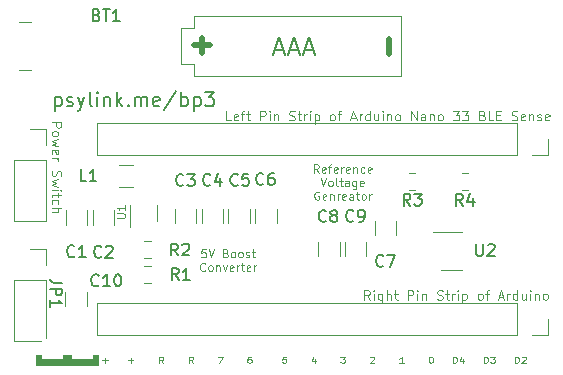
<source format=gbr>
G04 #@! TF.GenerationSoftware,KiCad,Pcbnew,5.1.5+dfsg1-2build2*
G04 #@! TF.CreationDate,2021-06-15T05:03:55+02:00*
G04 #@! TF.ProjectId,circuit9,63697263-7569-4743-992e-6b696361645f,rev?*
G04 #@! TF.SameCoordinates,Original*
G04 #@! TF.FileFunction,Legend,Top*
G04 #@! TF.FilePolarity,Positive*
%FSLAX46Y46*%
G04 Gerber Fmt 4.6, Leading zero omitted, Abs format (unit mm)*
G04 Created by KiCad (PCBNEW 5.1.5+dfsg1-2build2) date 2021-06-15 05:03:55*
%MOMM*%
%LPD*%
G04 APERTURE LIST*
%ADD10C,0.200000*%
%ADD11C,0.080000*%
%ADD12C,0.100000*%
%ADD13C,0.120000*%
%ADD14C,0.150000*%
%ADD15C,0.500000*%
%ADD16O,1.700000X1.700000*%
%ADD17R,1.700000X1.700000*%
%ADD18R,6.000000X3.000000*%
%ADD19R,0.400000X0.900000*%
%ADD20R,1.060000X0.650000*%
G04 APERTURE END LIST*
D10*
X45245542Y-27682000D02*
X45959828Y-27682000D01*
X45102685Y-28110571D02*
X45602685Y-26610571D01*
X46102685Y-28110571D01*
X46531257Y-27682000D02*
X47245542Y-27682000D01*
X46388400Y-28110571D02*
X46888400Y-26610571D01*
X47388400Y-28110571D01*
X47816971Y-27682000D02*
X48531257Y-27682000D01*
X47674114Y-28110571D02*
X48174114Y-26610571D01*
X48674114Y-28110571D01*
D11*
X30628819Y-53985314D02*
X31101200Y-53985314D01*
X30865009Y-54175790D02*
X30865009Y-53794838D01*
X32813580Y-53985314D02*
X33285961Y-53985314D01*
X33049771Y-54175790D02*
X33049771Y-53794838D01*
X35825009Y-54175790D02*
X35618342Y-53937695D01*
X35470723Y-54175790D02*
X35470723Y-53675790D01*
X35706914Y-53675790D01*
X35765961Y-53699600D01*
X35795485Y-53723409D01*
X35825009Y-53771028D01*
X35825009Y-53842457D01*
X35795485Y-53890076D01*
X35765961Y-53913885D01*
X35706914Y-53937695D01*
X35470723Y-53937695D01*
X38334533Y-54175790D02*
X38127866Y-53937695D01*
X37980247Y-54175790D02*
X37980247Y-53675790D01*
X38216438Y-53675790D01*
X38275485Y-53699600D01*
X38305009Y-53723409D01*
X38334533Y-53771028D01*
X38334533Y-53842457D01*
X38305009Y-53890076D01*
X38275485Y-53913885D01*
X38216438Y-53937695D01*
X37980247Y-53937695D01*
X40430723Y-53675790D02*
X40844057Y-53675790D01*
X40578342Y-54175790D01*
X43235485Y-53675790D02*
X43117390Y-53675790D01*
X43058342Y-53699600D01*
X43028819Y-53723409D01*
X42969771Y-53794838D01*
X42940247Y-53890076D01*
X42940247Y-54080552D01*
X42969771Y-54128171D01*
X42999295Y-54151980D01*
X43058342Y-54175790D01*
X43176438Y-54175790D01*
X43235485Y-54151980D01*
X43265009Y-54128171D01*
X43294533Y-54080552D01*
X43294533Y-53961504D01*
X43265009Y-53913885D01*
X43235485Y-53890076D01*
X43176438Y-53866266D01*
X43058342Y-53866266D01*
X42999295Y-53890076D01*
X42969771Y-53913885D01*
X42940247Y-53961504D01*
X46217390Y-53675790D02*
X45922152Y-53675790D01*
X45892628Y-53913885D01*
X45922152Y-53890076D01*
X45981199Y-53866266D01*
X46128819Y-53866266D01*
X46187866Y-53890076D01*
X46217390Y-53913885D01*
X46246914Y-53961504D01*
X46246914Y-54080552D01*
X46217390Y-54128171D01*
X46187866Y-54151980D01*
X46128819Y-54175790D01*
X45981199Y-54175790D01*
X45922152Y-54151980D01*
X45892628Y-54128171D01*
X48667866Y-53842457D02*
X48667866Y-54175790D01*
X48520247Y-53651980D02*
X48372628Y-54009123D01*
X48756438Y-54009123D01*
X50823104Y-53675790D02*
X51206914Y-53675790D01*
X51000247Y-53866266D01*
X51088819Y-53866266D01*
X51147866Y-53890076D01*
X51177390Y-53913885D01*
X51206914Y-53961504D01*
X51206914Y-54080552D01*
X51177390Y-54128171D01*
X51147866Y-54151980D01*
X51088819Y-54175790D01*
X50911676Y-54175790D01*
X50852628Y-54151980D01*
X50823104Y-54128171D01*
X53332628Y-53723409D02*
X53362152Y-53699600D01*
X53421199Y-53675790D01*
X53568819Y-53675790D01*
X53627866Y-53699600D01*
X53657390Y-53723409D01*
X53686914Y-53771028D01*
X53686914Y-53818647D01*
X53657390Y-53890076D01*
X53303104Y-54175790D01*
X53686914Y-54175790D01*
X56166914Y-54175790D02*
X55812628Y-54175790D01*
X55989771Y-54175790D02*
X55989771Y-53675790D01*
X55930723Y-53747219D01*
X55871676Y-53794838D01*
X55812628Y-53818647D01*
X58440247Y-53675790D02*
X58499295Y-53675790D01*
X58558342Y-53699600D01*
X58587866Y-53723409D01*
X58617390Y-53771028D01*
X58646914Y-53866266D01*
X58646914Y-53985314D01*
X58617390Y-54080552D01*
X58587866Y-54128171D01*
X58558342Y-54151980D01*
X58499295Y-54175790D01*
X58440247Y-54175790D01*
X58381199Y-54151980D01*
X58351676Y-54128171D01*
X58322152Y-54080552D01*
X58292628Y-53985314D01*
X58292628Y-53866266D01*
X58322152Y-53771028D01*
X58351676Y-53723409D01*
X58381199Y-53699600D01*
X58440247Y-53675790D01*
X60329771Y-54175790D02*
X60329771Y-53675790D01*
X60477390Y-53675790D01*
X60565961Y-53699600D01*
X60625009Y-53747219D01*
X60654533Y-53794838D01*
X60684057Y-53890076D01*
X60684057Y-53961504D01*
X60654533Y-54056742D01*
X60625009Y-54104361D01*
X60565961Y-54151980D01*
X60477390Y-54175790D01*
X60329771Y-54175790D01*
X61215485Y-53842457D02*
X61215485Y-54175790D01*
X61067866Y-53651980D02*
X60920247Y-54009123D01*
X61304057Y-54009123D01*
X62957390Y-54175790D02*
X62957390Y-53675790D01*
X63105009Y-53675790D01*
X63193580Y-53699600D01*
X63252628Y-53747219D01*
X63282152Y-53794838D01*
X63311676Y-53890076D01*
X63311676Y-53961504D01*
X63282152Y-54056742D01*
X63252628Y-54104361D01*
X63193580Y-54151980D01*
X63105009Y-54175790D01*
X62957390Y-54175790D01*
X63518342Y-53675790D02*
X63902152Y-53675790D01*
X63695485Y-53866266D01*
X63784057Y-53866266D01*
X63843104Y-53890076D01*
X63872628Y-53913885D01*
X63902152Y-53961504D01*
X63902152Y-54080552D01*
X63872628Y-54128171D01*
X63843104Y-54151980D01*
X63784057Y-54175790D01*
X63606914Y-54175790D01*
X63547866Y-54151980D01*
X63518342Y-54128171D01*
X65585009Y-54175790D02*
X65585009Y-53675790D01*
X65732628Y-53675790D01*
X65821199Y-53699600D01*
X65880247Y-53747219D01*
X65909771Y-53794838D01*
X65939295Y-53890076D01*
X65939295Y-53961504D01*
X65909771Y-54056742D01*
X65880247Y-54104361D01*
X65821199Y-54151980D01*
X65732628Y-54175790D01*
X65585009Y-54175790D01*
X66175485Y-53723409D02*
X66205009Y-53699600D01*
X66264057Y-53675790D01*
X66411676Y-53675790D01*
X66470723Y-53699600D01*
X66500247Y-53723409D01*
X66529771Y-53771028D01*
X66529771Y-53818647D01*
X66500247Y-53890076D01*
X66145961Y-54175790D01*
X66529771Y-54175790D01*
D12*
G36*
X30289500Y-54406800D02*
G01*
X25082500Y-54406800D01*
X25082500Y-53492400D01*
X25552400Y-53492400D01*
X25552400Y-53860700D01*
X27292300Y-53873400D01*
X27292300Y-53489860D01*
X28067000Y-53489860D01*
X28067000Y-53873400D01*
X29845000Y-53873400D01*
X29845000Y-53479700D01*
X30289500Y-53479700D01*
X30289500Y-54406800D01*
G37*
X30289500Y-54406800D02*
X25082500Y-54406800D01*
X25082500Y-53492400D01*
X25552400Y-53492400D01*
X25552400Y-53860700D01*
X27292300Y-53873400D01*
X27292300Y-53489860D01*
X28067000Y-53489860D01*
X28067000Y-53873400D01*
X29845000Y-53873400D01*
X29845000Y-53479700D01*
X30289500Y-53479700D01*
X30289500Y-54406800D01*
X48986533Y-38079466D02*
X48753200Y-37746133D01*
X48586533Y-38079466D02*
X48586533Y-37379466D01*
X48853200Y-37379466D01*
X48919866Y-37412800D01*
X48953200Y-37446133D01*
X48986533Y-37512800D01*
X48986533Y-37612800D01*
X48953200Y-37679466D01*
X48919866Y-37712800D01*
X48853200Y-37746133D01*
X48586533Y-37746133D01*
X49553200Y-38046133D02*
X49486533Y-38079466D01*
X49353200Y-38079466D01*
X49286533Y-38046133D01*
X49253200Y-37979466D01*
X49253200Y-37712800D01*
X49286533Y-37646133D01*
X49353200Y-37612800D01*
X49486533Y-37612800D01*
X49553200Y-37646133D01*
X49586533Y-37712800D01*
X49586533Y-37779466D01*
X49253200Y-37846133D01*
X49786533Y-37612800D02*
X50053200Y-37612800D01*
X49886533Y-38079466D02*
X49886533Y-37479466D01*
X49919866Y-37412800D01*
X49986533Y-37379466D01*
X50053200Y-37379466D01*
X50553200Y-38046133D02*
X50486533Y-38079466D01*
X50353200Y-38079466D01*
X50286533Y-38046133D01*
X50253200Y-37979466D01*
X50253200Y-37712800D01*
X50286533Y-37646133D01*
X50353200Y-37612800D01*
X50486533Y-37612800D01*
X50553200Y-37646133D01*
X50586533Y-37712800D01*
X50586533Y-37779466D01*
X50253200Y-37846133D01*
X50886533Y-38079466D02*
X50886533Y-37612800D01*
X50886533Y-37746133D02*
X50919866Y-37679466D01*
X50953200Y-37646133D01*
X51019866Y-37612800D01*
X51086533Y-37612800D01*
X51586533Y-38046133D02*
X51519866Y-38079466D01*
X51386533Y-38079466D01*
X51319866Y-38046133D01*
X51286533Y-37979466D01*
X51286533Y-37712800D01*
X51319866Y-37646133D01*
X51386533Y-37612800D01*
X51519866Y-37612800D01*
X51586533Y-37646133D01*
X51619866Y-37712800D01*
X51619866Y-37779466D01*
X51286533Y-37846133D01*
X51919866Y-37612800D02*
X51919866Y-38079466D01*
X51919866Y-37679466D02*
X51953200Y-37646133D01*
X52019866Y-37612800D01*
X52119866Y-37612800D01*
X52186533Y-37646133D01*
X52219866Y-37712800D01*
X52219866Y-38079466D01*
X52853200Y-38046133D02*
X52786533Y-38079466D01*
X52653200Y-38079466D01*
X52586533Y-38046133D01*
X52553200Y-38012800D01*
X52519866Y-37946133D01*
X52519866Y-37746133D01*
X52553200Y-37679466D01*
X52586533Y-37646133D01*
X52653200Y-37612800D01*
X52786533Y-37612800D01*
X52853200Y-37646133D01*
X53419866Y-38046133D02*
X53353200Y-38079466D01*
X53219866Y-38079466D01*
X53153200Y-38046133D01*
X53119866Y-37979466D01*
X53119866Y-37712800D01*
X53153200Y-37646133D01*
X53219866Y-37612800D01*
X53353200Y-37612800D01*
X53419866Y-37646133D01*
X53453200Y-37712800D01*
X53453200Y-37779466D01*
X53119866Y-37846133D01*
X49136533Y-38529466D02*
X49369866Y-39229466D01*
X49603200Y-38529466D01*
X49936533Y-39229466D02*
X49869866Y-39196133D01*
X49836533Y-39162800D01*
X49803200Y-39096133D01*
X49803200Y-38896133D01*
X49836533Y-38829466D01*
X49869866Y-38796133D01*
X49936533Y-38762800D01*
X50036533Y-38762800D01*
X50103200Y-38796133D01*
X50136533Y-38829466D01*
X50169866Y-38896133D01*
X50169866Y-39096133D01*
X50136533Y-39162800D01*
X50103200Y-39196133D01*
X50036533Y-39229466D01*
X49936533Y-39229466D01*
X50569866Y-39229466D02*
X50503200Y-39196133D01*
X50469866Y-39129466D01*
X50469866Y-38529466D01*
X50736533Y-38762800D02*
X51003200Y-38762800D01*
X50836533Y-38529466D02*
X50836533Y-39129466D01*
X50869866Y-39196133D01*
X50936533Y-39229466D01*
X51003200Y-39229466D01*
X51536533Y-39229466D02*
X51536533Y-38862800D01*
X51503200Y-38796133D01*
X51436533Y-38762800D01*
X51303200Y-38762800D01*
X51236533Y-38796133D01*
X51536533Y-39196133D02*
X51469866Y-39229466D01*
X51303200Y-39229466D01*
X51236533Y-39196133D01*
X51203200Y-39129466D01*
X51203200Y-39062800D01*
X51236533Y-38996133D01*
X51303200Y-38962800D01*
X51469866Y-38962800D01*
X51536533Y-38929466D01*
X52169866Y-38762800D02*
X52169866Y-39329466D01*
X52136533Y-39396133D01*
X52103200Y-39429466D01*
X52036533Y-39462800D01*
X51936533Y-39462800D01*
X51869866Y-39429466D01*
X52169866Y-39196133D02*
X52103200Y-39229466D01*
X51969866Y-39229466D01*
X51903200Y-39196133D01*
X51869866Y-39162800D01*
X51836533Y-39096133D01*
X51836533Y-38896133D01*
X51869866Y-38829466D01*
X51903200Y-38796133D01*
X51969866Y-38762800D01*
X52103200Y-38762800D01*
X52169866Y-38796133D01*
X52769866Y-39196133D02*
X52703200Y-39229466D01*
X52569866Y-39229466D01*
X52503200Y-39196133D01*
X52469866Y-39129466D01*
X52469866Y-38862800D01*
X52503200Y-38796133D01*
X52569866Y-38762800D01*
X52703200Y-38762800D01*
X52769866Y-38796133D01*
X52803200Y-38862800D01*
X52803200Y-38929466D01*
X52469866Y-38996133D01*
X49003200Y-39712800D02*
X48936533Y-39679466D01*
X48836533Y-39679466D01*
X48736533Y-39712800D01*
X48669866Y-39779466D01*
X48636533Y-39846133D01*
X48603200Y-39979466D01*
X48603200Y-40079466D01*
X48636533Y-40212800D01*
X48669866Y-40279466D01*
X48736533Y-40346133D01*
X48836533Y-40379466D01*
X48903200Y-40379466D01*
X49003200Y-40346133D01*
X49036533Y-40312800D01*
X49036533Y-40079466D01*
X48903200Y-40079466D01*
X49603200Y-40346133D02*
X49536533Y-40379466D01*
X49403200Y-40379466D01*
X49336533Y-40346133D01*
X49303200Y-40279466D01*
X49303200Y-40012800D01*
X49336533Y-39946133D01*
X49403200Y-39912800D01*
X49536533Y-39912800D01*
X49603200Y-39946133D01*
X49636533Y-40012800D01*
X49636533Y-40079466D01*
X49303200Y-40146133D01*
X49936533Y-39912800D02*
X49936533Y-40379466D01*
X49936533Y-39979466D02*
X49969866Y-39946133D01*
X50036533Y-39912800D01*
X50136533Y-39912800D01*
X50203200Y-39946133D01*
X50236533Y-40012800D01*
X50236533Y-40379466D01*
X50569866Y-40379466D02*
X50569866Y-39912800D01*
X50569866Y-40046133D02*
X50603200Y-39979466D01*
X50636533Y-39946133D01*
X50703200Y-39912800D01*
X50769866Y-39912800D01*
X51269866Y-40346133D02*
X51203200Y-40379466D01*
X51069866Y-40379466D01*
X51003200Y-40346133D01*
X50969866Y-40279466D01*
X50969866Y-40012800D01*
X51003200Y-39946133D01*
X51069866Y-39912800D01*
X51203200Y-39912800D01*
X51269866Y-39946133D01*
X51303200Y-40012800D01*
X51303200Y-40079466D01*
X50969866Y-40146133D01*
X51903200Y-40379466D02*
X51903200Y-40012800D01*
X51869866Y-39946133D01*
X51803200Y-39912800D01*
X51669866Y-39912800D01*
X51603200Y-39946133D01*
X51903200Y-40346133D02*
X51836533Y-40379466D01*
X51669866Y-40379466D01*
X51603200Y-40346133D01*
X51569866Y-40279466D01*
X51569866Y-40212800D01*
X51603200Y-40146133D01*
X51669866Y-40112800D01*
X51836533Y-40112800D01*
X51903200Y-40079466D01*
X52136533Y-39912800D02*
X52403200Y-39912800D01*
X52236533Y-39679466D02*
X52236533Y-40279466D01*
X52269866Y-40346133D01*
X52336533Y-40379466D01*
X52403200Y-40379466D01*
X52736533Y-40379466D02*
X52669866Y-40346133D01*
X52636533Y-40312800D01*
X52603200Y-40246133D01*
X52603200Y-40046133D01*
X52636533Y-39979466D01*
X52669866Y-39946133D01*
X52736533Y-39912800D01*
X52836533Y-39912800D01*
X52903200Y-39946133D01*
X52936533Y-39979466D01*
X52969866Y-40046133D01*
X52969866Y-40246133D01*
X52936533Y-40312800D01*
X52903200Y-40346133D01*
X52836533Y-40379466D01*
X52736533Y-40379466D01*
X53269866Y-40379466D02*
X53269866Y-39912800D01*
X53269866Y-40046133D02*
X53303200Y-39979466D01*
X53336533Y-39946133D01*
X53403200Y-39912800D01*
X53469866Y-39912800D01*
X39418493Y-44558466D02*
X39085160Y-44558466D01*
X39051826Y-44891800D01*
X39085160Y-44858466D01*
X39151826Y-44825133D01*
X39318493Y-44825133D01*
X39385160Y-44858466D01*
X39418493Y-44891800D01*
X39451826Y-44958466D01*
X39451826Y-45125133D01*
X39418493Y-45191800D01*
X39385160Y-45225133D01*
X39318493Y-45258466D01*
X39151826Y-45258466D01*
X39085160Y-45225133D01*
X39051826Y-45191800D01*
X39651826Y-44558466D02*
X39885160Y-45258466D01*
X40118493Y-44558466D01*
X41118493Y-44891800D02*
X41218493Y-44925133D01*
X41251826Y-44958466D01*
X41285160Y-45025133D01*
X41285160Y-45125133D01*
X41251826Y-45191800D01*
X41218493Y-45225133D01*
X41151826Y-45258466D01*
X40885160Y-45258466D01*
X40885160Y-44558466D01*
X41118493Y-44558466D01*
X41185160Y-44591800D01*
X41218493Y-44625133D01*
X41251826Y-44691800D01*
X41251826Y-44758466D01*
X41218493Y-44825133D01*
X41185160Y-44858466D01*
X41118493Y-44891800D01*
X40885160Y-44891800D01*
X41685160Y-45258466D02*
X41618493Y-45225133D01*
X41585160Y-45191800D01*
X41551826Y-45125133D01*
X41551826Y-44925133D01*
X41585160Y-44858466D01*
X41618493Y-44825133D01*
X41685160Y-44791800D01*
X41785160Y-44791800D01*
X41851826Y-44825133D01*
X41885160Y-44858466D01*
X41918493Y-44925133D01*
X41918493Y-45125133D01*
X41885160Y-45191800D01*
X41851826Y-45225133D01*
X41785160Y-45258466D01*
X41685160Y-45258466D01*
X42318493Y-45258466D02*
X42251826Y-45225133D01*
X42218493Y-45191800D01*
X42185160Y-45125133D01*
X42185160Y-44925133D01*
X42218493Y-44858466D01*
X42251826Y-44825133D01*
X42318493Y-44791800D01*
X42418493Y-44791800D01*
X42485160Y-44825133D01*
X42518493Y-44858466D01*
X42551826Y-44925133D01*
X42551826Y-45125133D01*
X42518493Y-45191800D01*
X42485160Y-45225133D01*
X42418493Y-45258466D01*
X42318493Y-45258466D01*
X42818493Y-45225133D02*
X42885160Y-45258466D01*
X43018493Y-45258466D01*
X43085160Y-45225133D01*
X43118493Y-45158466D01*
X43118493Y-45125133D01*
X43085160Y-45058466D01*
X43018493Y-45025133D01*
X42918493Y-45025133D01*
X42851826Y-44991800D01*
X42818493Y-44925133D01*
X42818493Y-44891800D01*
X42851826Y-44825133D01*
X42918493Y-44791800D01*
X43018493Y-44791800D01*
X43085160Y-44825133D01*
X43318493Y-44791800D02*
X43585160Y-44791800D01*
X43418493Y-44558466D02*
X43418493Y-45158466D01*
X43451826Y-45225133D01*
X43518493Y-45258466D01*
X43585160Y-45258466D01*
X39368493Y-46341800D02*
X39335160Y-46375133D01*
X39235160Y-46408466D01*
X39168493Y-46408466D01*
X39068493Y-46375133D01*
X39001826Y-46308466D01*
X38968493Y-46241800D01*
X38935160Y-46108466D01*
X38935160Y-46008466D01*
X38968493Y-45875133D01*
X39001826Y-45808466D01*
X39068493Y-45741800D01*
X39168493Y-45708466D01*
X39235160Y-45708466D01*
X39335160Y-45741800D01*
X39368493Y-45775133D01*
X39768493Y-46408466D02*
X39701826Y-46375133D01*
X39668493Y-46341800D01*
X39635160Y-46275133D01*
X39635160Y-46075133D01*
X39668493Y-46008466D01*
X39701826Y-45975133D01*
X39768493Y-45941800D01*
X39868493Y-45941800D01*
X39935160Y-45975133D01*
X39968493Y-46008466D01*
X40001826Y-46075133D01*
X40001826Y-46275133D01*
X39968493Y-46341800D01*
X39935160Y-46375133D01*
X39868493Y-46408466D01*
X39768493Y-46408466D01*
X40301826Y-45941800D02*
X40301826Y-46408466D01*
X40301826Y-46008466D02*
X40335160Y-45975133D01*
X40401826Y-45941800D01*
X40501826Y-45941800D01*
X40568493Y-45975133D01*
X40601826Y-46041800D01*
X40601826Y-46408466D01*
X40868493Y-45941800D02*
X41035160Y-46408466D01*
X41201826Y-45941800D01*
X41735160Y-46375133D02*
X41668493Y-46408466D01*
X41535160Y-46408466D01*
X41468493Y-46375133D01*
X41435160Y-46308466D01*
X41435160Y-46041800D01*
X41468493Y-45975133D01*
X41535160Y-45941800D01*
X41668493Y-45941800D01*
X41735160Y-45975133D01*
X41768493Y-46041800D01*
X41768493Y-46108466D01*
X41435160Y-46175133D01*
X42068493Y-46408466D02*
X42068493Y-45941800D01*
X42068493Y-46075133D02*
X42101826Y-46008466D01*
X42135160Y-45975133D01*
X42201826Y-45941800D01*
X42268493Y-45941800D01*
X42401826Y-45941800D02*
X42668493Y-45941800D01*
X42501826Y-45708466D02*
X42501826Y-46308466D01*
X42535160Y-46375133D01*
X42601826Y-46408466D01*
X42668493Y-46408466D01*
X43168493Y-46375133D02*
X43101826Y-46408466D01*
X42968493Y-46408466D01*
X42901826Y-46375133D01*
X42868493Y-46308466D01*
X42868493Y-46041800D01*
X42901826Y-45975133D01*
X42968493Y-45941800D01*
X43101826Y-45941800D01*
X43168493Y-45975133D01*
X43201826Y-46041800D01*
X43201826Y-46108466D01*
X42868493Y-46175133D01*
X43501826Y-46408466D02*
X43501826Y-45941800D01*
X43501826Y-46075133D02*
X43535160Y-46008466D01*
X43568493Y-45975133D01*
X43635160Y-45941800D01*
X43701826Y-45941800D01*
D13*
X53296461Y-48850504D02*
X53029795Y-48469552D01*
X52839319Y-48850504D02*
X52839319Y-48050504D01*
X53144080Y-48050504D01*
X53220271Y-48088600D01*
X53258366Y-48126695D01*
X53296461Y-48202885D01*
X53296461Y-48317171D01*
X53258366Y-48393361D01*
X53220271Y-48431457D01*
X53144080Y-48469552D01*
X52839319Y-48469552D01*
X53639319Y-48850504D02*
X53639319Y-48317171D01*
X53639319Y-48050504D02*
X53601223Y-48088600D01*
X53639319Y-48126695D01*
X53677414Y-48088600D01*
X53639319Y-48050504D01*
X53639319Y-48126695D01*
X54363128Y-48317171D02*
X54363128Y-48964790D01*
X54325033Y-49040980D01*
X54286938Y-49079076D01*
X54210747Y-49117171D01*
X54096461Y-49117171D01*
X54020271Y-49079076D01*
X54363128Y-48812409D02*
X54286938Y-48850504D01*
X54134557Y-48850504D01*
X54058366Y-48812409D01*
X54020271Y-48774314D01*
X53982176Y-48698123D01*
X53982176Y-48469552D01*
X54020271Y-48393361D01*
X54058366Y-48355266D01*
X54134557Y-48317171D01*
X54286938Y-48317171D01*
X54363128Y-48355266D01*
X54744080Y-48850504D02*
X54744080Y-48050504D01*
X55086938Y-48850504D02*
X55086938Y-48431457D01*
X55048842Y-48355266D01*
X54972652Y-48317171D01*
X54858366Y-48317171D01*
X54782176Y-48355266D01*
X54744080Y-48393361D01*
X55353604Y-48317171D02*
X55658366Y-48317171D01*
X55467890Y-48050504D02*
X55467890Y-48736219D01*
X55505985Y-48812409D01*
X55582176Y-48850504D01*
X55658366Y-48850504D01*
X56534557Y-48850504D02*
X56534557Y-48050504D01*
X56839319Y-48050504D01*
X56915509Y-48088600D01*
X56953604Y-48126695D01*
X56991700Y-48202885D01*
X56991700Y-48317171D01*
X56953604Y-48393361D01*
X56915509Y-48431457D01*
X56839319Y-48469552D01*
X56534557Y-48469552D01*
X57334557Y-48850504D02*
X57334557Y-48317171D01*
X57334557Y-48050504D02*
X57296461Y-48088600D01*
X57334557Y-48126695D01*
X57372652Y-48088600D01*
X57334557Y-48050504D01*
X57334557Y-48126695D01*
X57715509Y-48317171D02*
X57715509Y-48850504D01*
X57715509Y-48393361D02*
X57753604Y-48355266D01*
X57829795Y-48317171D01*
X57944080Y-48317171D01*
X58020271Y-48355266D01*
X58058366Y-48431457D01*
X58058366Y-48850504D01*
X59010747Y-48812409D02*
X59125033Y-48850504D01*
X59315509Y-48850504D01*
X59391700Y-48812409D01*
X59429795Y-48774314D01*
X59467890Y-48698123D01*
X59467890Y-48621933D01*
X59429795Y-48545742D01*
X59391700Y-48507647D01*
X59315509Y-48469552D01*
X59163128Y-48431457D01*
X59086938Y-48393361D01*
X59048842Y-48355266D01*
X59010747Y-48279076D01*
X59010747Y-48202885D01*
X59048842Y-48126695D01*
X59086938Y-48088600D01*
X59163128Y-48050504D01*
X59353604Y-48050504D01*
X59467890Y-48088600D01*
X59696461Y-48317171D02*
X60001223Y-48317171D01*
X59810747Y-48050504D02*
X59810747Y-48736219D01*
X59848842Y-48812409D01*
X59925033Y-48850504D01*
X60001223Y-48850504D01*
X60267890Y-48850504D02*
X60267890Y-48317171D01*
X60267890Y-48469552D02*
X60305985Y-48393361D01*
X60344080Y-48355266D01*
X60420271Y-48317171D01*
X60496461Y-48317171D01*
X60763128Y-48850504D02*
X60763128Y-48317171D01*
X60763128Y-48050504D02*
X60725033Y-48088600D01*
X60763128Y-48126695D01*
X60801223Y-48088600D01*
X60763128Y-48050504D01*
X60763128Y-48126695D01*
X61144080Y-48317171D02*
X61144080Y-49117171D01*
X61144080Y-48355266D02*
X61220271Y-48317171D01*
X61372652Y-48317171D01*
X61448842Y-48355266D01*
X61486938Y-48393361D01*
X61525033Y-48469552D01*
X61525033Y-48698123D01*
X61486938Y-48774314D01*
X61448842Y-48812409D01*
X61372652Y-48850504D01*
X61220271Y-48850504D01*
X61144080Y-48812409D01*
X62591700Y-48850504D02*
X62515509Y-48812409D01*
X62477414Y-48774314D01*
X62439319Y-48698123D01*
X62439319Y-48469552D01*
X62477414Y-48393361D01*
X62515509Y-48355266D01*
X62591700Y-48317171D01*
X62705985Y-48317171D01*
X62782176Y-48355266D01*
X62820271Y-48393361D01*
X62858366Y-48469552D01*
X62858366Y-48698123D01*
X62820271Y-48774314D01*
X62782176Y-48812409D01*
X62705985Y-48850504D01*
X62591700Y-48850504D01*
X63086938Y-48317171D02*
X63391700Y-48317171D01*
X63201223Y-48850504D02*
X63201223Y-48164790D01*
X63239319Y-48088600D01*
X63315509Y-48050504D01*
X63391700Y-48050504D01*
X64229795Y-48621933D02*
X64610747Y-48621933D01*
X64153604Y-48850504D02*
X64420271Y-48050504D01*
X64686938Y-48850504D01*
X64953604Y-48850504D02*
X64953604Y-48317171D01*
X64953604Y-48469552D02*
X64991700Y-48393361D01*
X65029795Y-48355266D01*
X65105985Y-48317171D01*
X65182176Y-48317171D01*
X65791700Y-48850504D02*
X65791700Y-48050504D01*
X65791700Y-48812409D02*
X65715509Y-48850504D01*
X65563128Y-48850504D01*
X65486938Y-48812409D01*
X65448842Y-48774314D01*
X65410747Y-48698123D01*
X65410747Y-48469552D01*
X65448842Y-48393361D01*
X65486938Y-48355266D01*
X65563128Y-48317171D01*
X65715509Y-48317171D01*
X65791700Y-48355266D01*
X66515509Y-48317171D02*
X66515509Y-48850504D01*
X66172652Y-48317171D02*
X66172652Y-48736219D01*
X66210747Y-48812409D01*
X66286938Y-48850504D01*
X66401223Y-48850504D01*
X66477414Y-48812409D01*
X66515509Y-48774314D01*
X66896461Y-48850504D02*
X66896461Y-48317171D01*
X66896461Y-48050504D02*
X66858366Y-48088600D01*
X66896461Y-48126695D01*
X66934557Y-48088600D01*
X66896461Y-48050504D01*
X66896461Y-48126695D01*
X67277414Y-48317171D02*
X67277414Y-48850504D01*
X67277414Y-48393361D02*
X67315509Y-48355266D01*
X67391700Y-48317171D01*
X67505985Y-48317171D01*
X67582176Y-48355266D01*
X67620271Y-48431457D01*
X67620271Y-48850504D01*
X68115509Y-48850504D02*
X68039319Y-48812409D01*
X68001223Y-48774314D01*
X67963128Y-48698123D01*
X67963128Y-48469552D01*
X68001223Y-48393361D01*
X68039319Y-48355266D01*
X68115509Y-48317171D01*
X68229795Y-48317171D01*
X68305985Y-48355266D01*
X68344080Y-48393361D01*
X68382176Y-48469552D01*
X68382176Y-48698123D01*
X68344080Y-48774314D01*
X68305985Y-48812409D01*
X68229795Y-48850504D01*
X68115509Y-48850504D01*
X41549709Y-33661304D02*
X41168757Y-33661304D01*
X41168757Y-32861304D01*
X42121138Y-33623209D02*
X42044947Y-33661304D01*
X41892566Y-33661304D01*
X41816376Y-33623209D01*
X41778280Y-33547019D01*
X41778280Y-33242257D01*
X41816376Y-33166066D01*
X41892566Y-33127971D01*
X42044947Y-33127971D01*
X42121138Y-33166066D01*
X42159233Y-33242257D01*
X42159233Y-33318447D01*
X41778280Y-33394638D01*
X42387804Y-33127971D02*
X42692566Y-33127971D01*
X42502090Y-33661304D02*
X42502090Y-32975590D01*
X42540185Y-32899400D01*
X42616376Y-32861304D01*
X42692566Y-32861304D01*
X42844947Y-33127971D02*
X43149709Y-33127971D01*
X42959233Y-32861304D02*
X42959233Y-33547019D01*
X42997328Y-33623209D01*
X43073519Y-33661304D01*
X43149709Y-33661304D01*
X44025900Y-33661304D02*
X44025900Y-32861304D01*
X44330661Y-32861304D01*
X44406852Y-32899400D01*
X44444947Y-32937495D01*
X44483042Y-33013685D01*
X44483042Y-33127971D01*
X44444947Y-33204161D01*
X44406852Y-33242257D01*
X44330661Y-33280352D01*
X44025900Y-33280352D01*
X44825900Y-33661304D02*
X44825900Y-33127971D01*
X44825900Y-32861304D02*
X44787804Y-32899400D01*
X44825900Y-32937495D01*
X44863995Y-32899400D01*
X44825900Y-32861304D01*
X44825900Y-32937495D01*
X45206852Y-33127971D02*
X45206852Y-33661304D01*
X45206852Y-33204161D02*
X45244947Y-33166066D01*
X45321138Y-33127971D01*
X45435423Y-33127971D01*
X45511614Y-33166066D01*
X45549709Y-33242257D01*
X45549709Y-33661304D01*
X46502090Y-33623209D02*
X46616376Y-33661304D01*
X46806852Y-33661304D01*
X46883042Y-33623209D01*
X46921138Y-33585114D01*
X46959233Y-33508923D01*
X46959233Y-33432733D01*
X46921138Y-33356542D01*
X46883042Y-33318447D01*
X46806852Y-33280352D01*
X46654471Y-33242257D01*
X46578280Y-33204161D01*
X46540185Y-33166066D01*
X46502090Y-33089876D01*
X46502090Y-33013685D01*
X46540185Y-32937495D01*
X46578280Y-32899400D01*
X46654471Y-32861304D01*
X46844947Y-32861304D01*
X46959233Y-32899400D01*
X47187804Y-33127971D02*
X47492566Y-33127971D01*
X47302090Y-32861304D02*
X47302090Y-33547019D01*
X47340185Y-33623209D01*
X47416376Y-33661304D01*
X47492566Y-33661304D01*
X47759233Y-33661304D02*
X47759233Y-33127971D01*
X47759233Y-33280352D02*
X47797328Y-33204161D01*
X47835423Y-33166066D01*
X47911614Y-33127971D01*
X47987804Y-33127971D01*
X48254471Y-33661304D02*
X48254471Y-33127971D01*
X48254471Y-32861304D02*
X48216376Y-32899400D01*
X48254471Y-32937495D01*
X48292566Y-32899400D01*
X48254471Y-32861304D01*
X48254471Y-32937495D01*
X48635423Y-33127971D02*
X48635423Y-33927971D01*
X48635423Y-33166066D02*
X48711614Y-33127971D01*
X48863995Y-33127971D01*
X48940185Y-33166066D01*
X48978280Y-33204161D01*
X49016376Y-33280352D01*
X49016376Y-33508923D01*
X48978280Y-33585114D01*
X48940185Y-33623209D01*
X48863995Y-33661304D01*
X48711614Y-33661304D01*
X48635423Y-33623209D01*
X50083042Y-33661304D02*
X50006852Y-33623209D01*
X49968757Y-33585114D01*
X49930661Y-33508923D01*
X49930661Y-33280352D01*
X49968757Y-33204161D01*
X50006852Y-33166066D01*
X50083042Y-33127971D01*
X50197328Y-33127971D01*
X50273519Y-33166066D01*
X50311614Y-33204161D01*
X50349709Y-33280352D01*
X50349709Y-33508923D01*
X50311614Y-33585114D01*
X50273519Y-33623209D01*
X50197328Y-33661304D01*
X50083042Y-33661304D01*
X50578280Y-33127971D02*
X50883042Y-33127971D01*
X50692566Y-33661304D02*
X50692566Y-32975590D01*
X50730661Y-32899400D01*
X50806852Y-32861304D01*
X50883042Y-32861304D01*
X51721138Y-33432733D02*
X52102090Y-33432733D01*
X51644947Y-33661304D02*
X51911614Y-32861304D01*
X52178280Y-33661304D01*
X52444947Y-33661304D02*
X52444947Y-33127971D01*
X52444947Y-33280352D02*
X52483042Y-33204161D01*
X52521138Y-33166066D01*
X52597328Y-33127971D01*
X52673519Y-33127971D01*
X53283042Y-33661304D02*
X53283042Y-32861304D01*
X53283042Y-33623209D02*
X53206852Y-33661304D01*
X53054471Y-33661304D01*
X52978280Y-33623209D01*
X52940185Y-33585114D01*
X52902090Y-33508923D01*
X52902090Y-33280352D01*
X52940185Y-33204161D01*
X52978280Y-33166066D01*
X53054471Y-33127971D01*
X53206852Y-33127971D01*
X53283042Y-33166066D01*
X54006852Y-33127971D02*
X54006852Y-33661304D01*
X53663995Y-33127971D02*
X53663995Y-33547019D01*
X53702090Y-33623209D01*
X53778280Y-33661304D01*
X53892566Y-33661304D01*
X53968757Y-33623209D01*
X54006852Y-33585114D01*
X54387804Y-33661304D02*
X54387804Y-33127971D01*
X54387804Y-32861304D02*
X54349709Y-32899400D01*
X54387804Y-32937495D01*
X54425900Y-32899400D01*
X54387804Y-32861304D01*
X54387804Y-32937495D01*
X54768757Y-33127971D02*
X54768757Y-33661304D01*
X54768757Y-33204161D02*
X54806852Y-33166066D01*
X54883042Y-33127971D01*
X54997328Y-33127971D01*
X55073519Y-33166066D01*
X55111614Y-33242257D01*
X55111614Y-33661304D01*
X55606852Y-33661304D02*
X55530661Y-33623209D01*
X55492566Y-33585114D01*
X55454471Y-33508923D01*
X55454471Y-33280352D01*
X55492566Y-33204161D01*
X55530661Y-33166066D01*
X55606852Y-33127971D01*
X55721138Y-33127971D01*
X55797328Y-33166066D01*
X55835423Y-33204161D01*
X55873519Y-33280352D01*
X55873519Y-33508923D01*
X55835423Y-33585114D01*
X55797328Y-33623209D01*
X55721138Y-33661304D01*
X55606852Y-33661304D01*
X56825900Y-33661304D02*
X56825900Y-32861304D01*
X57283042Y-33661304D01*
X57283042Y-32861304D01*
X58006852Y-33661304D02*
X58006852Y-33242257D01*
X57968757Y-33166066D01*
X57892566Y-33127971D01*
X57740185Y-33127971D01*
X57663995Y-33166066D01*
X58006852Y-33623209D02*
X57930661Y-33661304D01*
X57740185Y-33661304D01*
X57663995Y-33623209D01*
X57625900Y-33547019D01*
X57625900Y-33470828D01*
X57663995Y-33394638D01*
X57740185Y-33356542D01*
X57930661Y-33356542D01*
X58006852Y-33318447D01*
X58387804Y-33127971D02*
X58387804Y-33661304D01*
X58387804Y-33204161D02*
X58425900Y-33166066D01*
X58502090Y-33127971D01*
X58616376Y-33127971D01*
X58692566Y-33166066D01*
X58730661Y-33242257D01*
X58730661Y-33661304D01*
X59225900Y-33661304D02*
X59149709Y-33623209D01*
X59111614Y-33585114D01*
X59073519Y-33508923D01*
X59073519Y-33280352D01*
X59111614Y-33204161D01*
X59149709Y-33166066D01*
X59225900Y-33127971D01*
X59340185Y-33127971D01*
X59416376Y-33166066D01*
X59454471Y-33204161D01*
X59492566Y-33280352D01*
X59492566Y-33508923D01*
X59454471Y-33585114D01*
X59416376Y-33623209D01*
X59340185Y-33661304D01*
X59225900Y-33661304D01*
X60368757Y-32861304D02*
X60863995Y-32861304D01*
X60597328Y-33166066D01*
X60711614Y-33166066D01*
X60787804Y-33204161D01*
X60825900Y-33242257D01*
X60863995Y-33318447D01*
X60863995Y-33508923D01*
X60825900Y-33585114D01*
X60787804Y-33623209D01*
X60711614Y-33661304D01*
X60483042Y-33661304D01*
X60406852Y-33623209D01*
X60368757Y-33585114D01*
X61130661Y-32861304D02*
X61625900Y-32861304D01*
X61359233Y-33166066D01*
X61473519Y-33166066D01*
X61549709Y-33204161D01*
X61587804Y-33242257D01*
X61625900Y-33318447D01*
X61625900Y-33508923D01*
X61587804Y-33585114D01*
X61549709Y-33623209D01*
X61473519Y-33661304D01*
X61244947Y-33661304D01*
X61168757Y-33623209D01*
X61130661Y-33585114D01*
X62844947Y-33242257D02*
X62959233Y-33280352D01*
X62997328Y-33318447D01*
X63035423Y-33394638D01*
X63035423Y-33508923D01*
X62997328Y-33585114D01*
X62959233Y-33623209D01*
X62883042Y-33661304D01*
X62578280Y-33661304D01*
X62578280Y-32861304D01*
X62844947Y-32861304D01*
X62921138Y-32899400D01*
X62959233Y-32937495D01*
X62997328Y-33013685D01*
X62997328Y-33089876D01*
X62959233Y-33166066D01*
X62921138Y-33204161D01*
X62844947Y-33242257D01*
X62578280Y-33242257D01*
X63759233Y-33661304D02*
X63378280Y-33661304D01*
X63378280Y-32861304D01*
X64025900Y-33242257D02*
X64292566Y-33242257D01*
X64406852Y-33661304D02*
X64025900Y-33661304D01*
X64025900Y-32861304D01*
X64406852Y-32861304D01*
X65321138Y-33623209D02*
X65435423Y-33661304D01*
X65625900Y-33661304D01*
X65702090Y-33623209D01*
X65740185Y-33585114D01*
X65778280Y-33508923D01*
X65778280Y-33432733D01*
X65740185Y-33356542D01*
X65702090Y-33318447D01*
X65625900Y-33280352D01*
X65473519Y-33242257D01*
X65397328Y-33204161D01*
X65359233Y-33166066D01*
X65321138Y-33089876D01*
X65321138Y-33013685D01*
X65359233Y-32937495D01*
X65397328Y-32899400D01*
X65473519Y-32861304D01*
X65663995Y-32861304D01*
X65778280Y-32899400D01*
X66425900Y-33623209D02*
X66349709Y-33661304D01*
X66197328Y-33661304D01*
X66121138Y-33623209D01*
X66083042Y-33547019D01*
X66083042Y-33242257D01*
X66121138Y-33166066D01*
X66197328Y-33127971D01*
X66349709Y-33127971D01*
X66425900Y-33166066D01*
X66463995Y-33242257D01*
X66463995Y-33318447D01*
X66083042Y-33394638D01*
X66806852Y-33127971D02*
X66806852Y-33661304D01*
X66806852Y-33204161D02*
X66844947Y-33166066D01*
X66921138Y-33127971D01*
X67035423Y-33127971D01*
X67111614Y-33166066D01*
X67149709Y-33242257D01*
X67149709Y-33661304D01*
X67492566Y-33623209D02*
X67568757Y-33661304D01*
X67721138Y-33661304D01*
X67797328Y-33623209D01*
X67835423Y-33547019D01*
X67835423Y-33508923D01*
X67797328Y-33432733D01*
X67721138Y-33394638D01*
X67606852Y-33394638D01*
X67530661Y-33356542D01*
X67492566Y-33280352D01*
X67492566Y-33242257D01*
X67530661Y-33166066D01*
X67606852Y-33127971D01*
X67721138Y-33127971D01*
X67797328Y-33166066D01*
X68483042Y-33623209D02*
X68406852Y-33661304D01*
X68254471Y-33661304D01*
X68178280Y-33623209D01*
X68140185Y-33547019D01*
X68140185Y-33242257D01*
X68178280Y-33166066D01*
X68254471Y-33127971D01*
X68406852Y-33127971D01*
X68483042Y-33166066D01*
X68521138Y-33242257D01*
X68521138Y-33318447D01*
X68140185Y-33394638D01*
X26371595Y-33807876D02*
X27171595Y-33807876D01*
X27171595Y-34112638D01*
X27133500Y-34188828D01*
X27095404Y-34226923D01*
X27019214Y-34265019D01*
X26904928Y-34265019D01*
X26828738Y-34226923D01*
X26790642Y-34188828D01*
X26752547Y-34112638D01*
X26752547Y-33807876D01*
X26371595Y-34722161D02*
X26409690Y-34645971D01*
X26447785Y-34607876D01*
X26523976Y-34569780D01*
X26752547Y-34569780D01*
X26828738Y-34607876D01*
X26866833Y-34645971D01*
X26904928Y-34722161D01*
X26904928Y-34836447D01*
X26866833Y-34912638D01*
X26828738Y-34950733D01*
X26752547Y-34988828D01*
X26523976Y-34988828D01*
X26447785Y-34950733D01*
X26409690Y-34912638D01*
X26371595Y-34836447D01*
X26371595Y-34722161D01*
X26904928Y-35255495D02*
X26371595Y-35407876D01*
X26752547Y-35560257D01*
X26371595Y-35712638D01*
X26904928Y-35865019D01*
X26409690Y-36474542D02*
X26371595Y-36398352D01*
X26371595Y-36245971D01*
X26409690Y-36169780D01*
X26485880Y-36131685D01*
X26790642Y-36131685D01*
X26866833Y-36169780D01*
X26904928Y-36245971D01*
X26904928Y-36398352D01*
X26866833Y-36474542D01*
X26790642Y-36512638D01*
X26714452Y-36512638D01*
X26638261Y-36131685D01*
X26371595Y-36855495D02*
X26904928Y-36855495D01*
X26752547Y-36855495D02*
X26828738Y-36893590D01*
X26866833Y-36931685D01*
X26904928Y-37007876D01*
X26904928Y-37084066D01*
X26409690Y-37922161D02*
X26371595Y-38036447D01*
X26371595Y-38226923D01*
X26409690Y-38303114D01*
X26447785Y-38341209D01*
X26523976Y-38379304D01*
X26600166Y-38379304D01*
X26676357Y-38341209D01*
X26714452Y-38303114D01*
X26752547Y-38226923D01*
X26790642Y-38074542D01*
X26828738Y-37998352D01*
X26866833Y-37960257D01*
X26943023Y-37922161D01*
X27019214Y-37922161D01*
X27095404Y-37960257D01*
X27133500Y-37998352D01*
X27171595Y-38074542D01*
X27171595Y-38265019D01*
X27133500Y-38379304D01*
X26904928Y-38645971D02*
X26371595Y-38798352D01*
X26752547Y-38950733D01*
X26371595Y-39103114D01*
X26904928Y-39255495D01*
X26371595Y-39560257D02*
X26904928Y-39560257D01*
X27171595Y-39560257D02*
X27133500Y-39522161D01*
X27095404Y-39560257D01*
X27133500Y-39598352D01*
X27171595Y-39560257D01*
X27095404Y-39560257D01*
X26904928Y-39826923D02*
X26904928Y-40131685D01*
X27171595Y-39941209D02*
X26485880Y-39941209D01*
X26409690Y-39979304D01*
X26371595Y-40055495D01*
X26371595Y-40131685D01*
X26409690Y-40741209D02*
X26371595Y-40665019D01*
X26371595Y-40512638D01*
X26409690Y-40436447D01*
X26447785Y-40398352D01*
X26523976Y-40360257D01*
X26752547Y-40360257D01*
X26828738Y-40398352D01*
X26866833Y-40436447D01*
X26904928Y-40512638D01*
X26904928Y-40665019D01*
X26866833Y-40741209D01*
X26371595Y-41084066D02*
X27171595Y-41084066D01*
X26371595Y-41426923D02*
X26790642Y-41426923D01*
X26866833Y-41388828D01*
X26904928Y-41312638D01*
X26904928Y-41198352D01*
X26866833Y-41122161D01*
X26828738Y-41084066D01*
D14*
X26630834Y-31660497D02*
X26630834Y-32860497D01*
X26630834Y-31717640D02*
X26745120Y-31660497D01*
X26973691Y-31660497D01*
X27087977Y-31717640D01*
X27145120Y-31774782D01*
X27202262Y-31889068D01*
X27202262Y-32231925D01*
X27145120Y-32346211D01*
X27087977Y-32403354D01*
X26973691Y-32460497D01*
X26745120Y-32460497D01*
X26630834Y-32403354D01*
X27659405Y-32403354D02*
X27773691Y-32460497D01*
X28002262Y-32460497D01*
X28116548Y-32403354D01*
X28173691Y-32289068D01*
X28173691Y-32231925D01*
X28116548Y-32117640D01*
X28002262Y-32060497D01*
X27830834Y-32060497D01*
X27716548Y-32003354D01*
X27659405Y-31889068D01*
X27659405Y-31831925D01*
X27716548Y-31717640D01*
X27830834Y-31660497D01*
X28002262Y-31660497D01*
X28116548Y-31717640D01*
X28573691Y-31660497D02*
X28859405Y-32460497D01*
X29145120Y-31660497D02*
X28859405Y-32460497D01*
X28745120Y-32746211D01*
X28687977Y-32803354D01*
X28573691Y-32860497D01*
X29773691Y-32460497D02*
X29659405Y-32403354D01*
X29602262Y-32289068D01*
X29602262Y-31260497D01*
X30230834Y-32460497D02*
X30230834Y-31660497D01*
X30230834Y-31260497D02*
X30173691Y-31317640D01*
X30230834Y-31374782D01*
X30287977Y-31317640D01*
X30230834Y-31260497D01*
X30230834Y-31374782D01*
X30802262Y-31660497D02*
X30802262Y-32460497D01*
X30802262Y-31774782D02*
X30859405Y-31717640D01*
X30973691Y-31660497D01*
X31145120Y-31660497D01*
X31259405Y-31717640D01*
X31316548Y-31831925D01*
X31316548Y-32460497D01*
X31887977Y-32460497D02*
X31887977Y-31260497D01*
X32002262Y-32003354D02*
X32345120Y-32460497D01*
X32345120Y-31660497D02*
X31887977Y-32117640D01*
X32859405Y-32346211D02*
X32916548Y-32403354D01*
X32859405Y-32460497D01*
X32802262Y-32403354D01*
X32859405Y-32346211D01*
X32859405Y-32460497D01*
X33430834Y-32460497D02*
X33430834Y-31660497D01*
X33430834Y-31774782D02*
X33487977Y-31717640D01*
X33602262Y-31660497D01*
X33773691Y-31660497D01*
X33887977Y-31717640D01*
X33945120Y-31831925D01*
X33945120Y-32460497D01*
X33945120Y-31831925D02*
X34002262Y-31717640D01*
X34116548Y-31660497D01*
X34287977Y-31660497D01*
X34402262Y-31717640D01*
X34459405Y-31831925D01*
X34459405Y-32460497D01*
X35487977Y-32403354D02*
X35373691Y-32460497D01*
X35145120Y-32460497D01*
X35030834Y-32403354D01*
X34973691Y-32289068D01*
X34973691Y-31831925D01*
X35030834Y-31717640D01*
X35145120Y-31660497D01*
X35373691Y-31660497D01*
X35487977Y-31717640D01*
X35545120Y-31831925D01*
X35545120Y-31946211D01*
X34973691Y-32060497D01*
X36916548Y-31203354D02*
X35887977Y-32746211D01*
X37316548Y-32460497D02*
X37316548Y-31260497D01*
X37316548Y-31717640D02*
X37430834Y-31660497D01*
X37659405Y-31660497D01*
X37773691Y-31717640D01*
X37830834Y-31774782D01*
X37887977Y-31889068D01*
X37887977Y-32231925D01*
X37830834Y-32346211D01*
X37773691Y-32403354D01*
X37659405Y-32460497D01*
X37430834Y-32460497D01*
X37316548Y-32403354D01*
X38402262Y-31660497D02*
X38402262Y-32860497D01*
X38402262Y-31717640D02*
X38516548Y-31660497D01*
X38745120Y-31660497D01*
X38859405Y-31717640D01*
X38916548Y-31774782D01*
X38973691Y-31889068D01*
X38973691Y-32231925D01*
X38916548Y-32346211D01*
X38859405Y-32403354D01*
X38745120Y-32460497D01*
X38516548Y-32460497D01*
X38402262Y-32403354D01*
X39373691Y-31260497D02*
X40116548Y-31260497D01*
X39716548Y-31717640D01*
X39887977Y-31717640D01*
X40002262Y-31774782D01*
X40059405Y-31831925D01*
X40116548Y-31946211D01*
X40116548Y-32231925D01*
X40059405Y-32346211D01*
X40002262Y-32403354D01*
X39887977Y-32460497D01*
X39545120Y-32460497D01*
X39430834Y-32403354D01*
X39373691Y-32346211D01*
D15*
X54899560Y-27995880D02*
X54899560Y-26725880D01*
X38430200Y-27279600D02*
X39763700Y-27279600D01*
X39065200Y-27914600D02*
X39065200Y-26644600D01*
D13*
X65786000Y-49127100D02*
X65786000Y-51787100D01*
X65786000Y-49127100D02*
X30166000Y-49127100D01*
X30166000Y-49127100D02*
X30166000Y-51787100D01*
X65786000Y-51787100D02*
X30166000Y-51787100D01*
X68386000Y-51787100D02*
X67056000Y-51787100D01*
X68386000Y-50457100D02*
X68386000Y-51787100D01*
X65786000Y-33887100D02*
X65786000Y-36547100D01*
X65786000Y-33887100D02*
X30166000Y-33887100D01*
X30166000Y-33887100D02*
X30166000Y-36547100D01*
X65786000Y-36547100D02*
X30166000Y-36547100D01*
X68386000Y-36547100D02*
X67056000Y-36547100D01*
X68386000Y-35217100D02*
X68386000Y-36547100D01*
X61095122Y-38126600D02*
X61612278Y-38126600D01*
X61095122Y-39546600D02*
X61612278Y-39546600D01*
X24624400Y-29355800D02*
X23624400Y-29355800D01*
X23624400Y-25355800D02*
X24624400Y-25355800D01*
X38451400Y-29895800D02*
X55977400Y-29895800D01*
X55977400Y-29895800D02*
X55977400Y-24815800D01*
X55977400Y-24815800D02*
X38451400Y-24815800D01*
X37308400Y-25831800D02*
X37308400Y-28879800D01*
X37308400Y-28879800D02*
X38451400Y-28879800D01*
X37308400Y-25831800D02*
X38451400Y-25831800D01*
X38451400Y-25831800D02*
X38451400Y-24815800D01*
X38451400Y-28879800D02*
X38451400Y-29895800D01*
X34739078Y-46013300D02*
X34221922Y-46013300D01*
X34739078Y-47433300D02*
X34221922Y-47433300D01*
X34221922Y-43854300D02*
X34739078Y-43854300D01*
X34221922Y-45274300D02*
X34739078Y-45274300D01*
X56637422Y-39533900D02*
X57154578Y-39533900D01*
X56637422Y-38113900D02*
X57154578Y-38113900D01*
X24521160Y-34405260D02*
X25851160Y-34405260D01*
X25851160Y-34405260D02*
X25851160Y-35735260D01*
X25851160Y-37005260D02*
X25851160Y-42145260D01*
X23191160Y-42145260D02*
X25851160Y-42145260D01*
X23191160Y-37005260D02*
X23191160Y-42145260D01*
X23191160Y-37005260D02*
X25851160Y-37005260D01*
X32964900Y-40803600D02*
X32964900Y-42703600D01*
X35284900Y-42203600D02*
X35284900Y-40803600D01*
X59298000Y-46288600D02*
X61098000Y-46288600D01*
X61098000Y-43068600D02*
X58648000Y-43068600D01*
X29383400Y-42486664D02*
X29383400Y-41282536D01*
X27563400Y-42486664D02*
X27563400Y-41282536D01*
X29849400Y-42486664D02*
X29849400Y-41282536D01*
X31669400Y-42486664D02*
X31669400Y-41282536D01*
X38590900Y-41130136D02*
X38590900Y-42334264D01*
X36770900Y-41130136D02*
X36770900Y-42334264D01*
X39056900Y-41130136D02*
X39056900Y-42334264D01*
X40876900Y-41130136D02*
X40876900Y-42334264D01*
X27538000Y-48165936D02*
X27538000Y-49370064D01*
X29358000Y-48165936D02*
X29358000Y-49370064D01*
X53738100Y-42149136D02*
X53738100Y-43353264D01*
X55558100Y-42149136D02*
X55558100Y-43353264D01*
X50757500Y-45179064D02*
X50757500Y-43974936D01*
X48937500Y-45179064D02*
X48937500Y-43974936D01*
X51198100Y-45179064D02*
X51198100Y-43974936D01*
X53018100Y-45179064D02*
X53018100Y-43974936D01*
X43150200Y-41135216D02*
X43150200Y-42339344D01*
X41330200Y-41135216D02*
X41330200Y-42339344D01*
X45436200Y-41135216D02*
X45436200Y-42339344D01*
X43616200Y-41135216D02*
X43616200Y-42339344D01*
X32049636Y-37449080D02*
X33253764Y-37449080D01*
X32049636Y-39269080D02*
X33253764Y-39269080D01*
X23198780Y-47162720D02*
X25858780Y-47162720D01*
X23198780Y-47162720D02*
X23198780Y-52302720D01*
X23198780Y-52302720D02*
X25858780Y-52302720D01*
X25858780Y-47162720D02*
X25858780Y-52302720D01*
X25858780Y-44562720D02*
X25858780Y-45892720D01*
X24528780Y-44562720D02*
X25858780Y-44562720D01*
D14*
X61187033Y-40876480D02*
X60853700Y-40400290D01*
X60615604Y-40876480D02*
X60615604Y-39876480D01*
X60996557Y-39876480D01*
X61091795Y-39924100D01*
X61139414Y-39971719D01*
X61187033Y-40066957D01*
X61187033Y-40209814D01*
X61139414Y-40305052D01*
X61091795Y-40352671D01*
X60996557Y-40400290D01*
X60615604Y-40400290D01*
X62044176Y-40209814D02*
X62044176Y-40876480D01*
X61806080Y-39828861D02*
X61567985Y-40543147D01*
X62187033Y-40543147D01*
X30172685Y-24744371D02*
X30315542Y-24791990D01*
X30363161Y-24839609D01*
X30410780Y-24934847D01*
X30410780Y-25077704D01*
X30363161Y-25172942D01*
X30315542Y-25220561D01*
X30220304Y-25268180D01*
X29839352Y-25268180D01*
X29839352Y-24268180D01*
X30172685Y-24268180D01*
X30267923Y-24315800D01*
X30315542Y-24363419D01*
X30363161Y-24458657D01*
X30363161Y-24553895D01*
X30315542Y-24649133D01*
X30267923Y-24696752D01*
X30172685Y-24744371D01*
X29839352Y-24744371D01*
X30696495Y-24268180D02*
X31267923Y-24268180D01*
X30982209Y-25268180D02*
X30982209Y-24268180D01*
X32125066Y-25268180D02*
X31553638Y-25268180D01*
X31839352Y-25268180D02*
X31839352Y-24268180D01*
X31744114Y-24411038D01*
X31648876Y-24506276D01*
X31553638Y-24553895D01*
X37107833Y-47175680D02*
X36774500Y-46699490D01*
X36536404Y-47175680D02*
X36536404Y-46175680D01*
X36917357Y-46175680D01*
X37012595Y-46223300D01*
X37060214Y-46270919D01*
X37107833Y-46366157D01*
X37107833Y-46509014D01*
X37060214Y-46604252D01*
X37012595Y-46651871D01*
X36917357Y-46699490D01*
X36536404Y-46699490D01*
X38060214Y-47175680D02*
X37488785Y-47175680D01*
X37774500Y-47175680D02*
X37774500Y-46175680D01*
X37679261Y-46318538D01*
X37584023Y-46413776D01*
X37488785Y-46461395D01*
X37057033Y-45092880D02*
X36723700Y-44616690D01*
X36485604Y-45092880D02*
X36485604Y-44092880D01*
X36866557Y-44092880D01*
X36961795Y-44140500D01*
X37009414Y-44188119D01*
X37057033Y-44283357D01*
X37057033Y-44426214D01*
X37009414Y-44521452D01*
X36961795Y-44569071D01*
X36866557Y-44616690D01*
X36485604Y-44616690D01*
X37437985Y-44188119D02*
X37485604Y-44140500D01*
X37580842Y-44092880D01*
X37818938Y-44092880D01*
X37914176Y-44140500D01*
X37961795Y-44188119D01*
X38009414Y-44283357D01*
X38009414Y-44378595D01*
X37961795Y-44521452D01*
X37390366Y-45092880D01*
X38009414Y-45092880D01*
X56729333Y-40863780D02*
X56396000Y-40387590D01*
X56157904Y-40863780D02*
X56157904Y-39863780D01*
X56538857Y-39863780D01*
X56634095Y-39911400D01*
X56681714Y-39959019D01*
X56729333Y-40054257D01*
X56729333Y-40197114D01*
X56681714Y-40292352D01*
X56634095Y-40339971D01*
X56538857Y-40387590D01*
X56157904Y-40387590D01*
X57062666Y-39863780D02*
X57681714Y-39863780D01*
X57348380Y-40244733D01*
X57491238Y-40244733D01*
X57586476Y-40292352D01*
X57634095Y-40339971D01*
X57681714Y-40435209D01*
X57681714Y-40673304D01*
X57634095Y-40768542D01*
X57586476Y-40816161D01*
X57491238Y-40863780D01*
X57205523Y-40863780D01*
X57110285Y-40816161D01*
X57062666Y-40768542D01*
D13*
X31874666Y-41935333D02*
X32441333Y-41935333D01*
X32508000Y-41902000D01*
X32541333Y-41868666D01*
X32574666Y-41802000D01*
X32574666Y-41668666D01*
X32541333Y-41602000D01*
X32508000Y-41568666D01*
X32441333Y-41535333D01*
X31874666Y-41535333D01*
X32574666Y-40835333D02*
X32574666Y-41235333D01*
X32574666Y-41035333D02*
X31874666Y-41035333D01*
X31974666Y-41102000D01*
X32041333Y-41168666D01*
X32074666Y-41235333D01*
D14*
X62306295Y-44130980D02*
X62306295Y-44940504D01*
X62353914Y-45035742D01*
X62401533Y-45083361D01*
X62496771Y-45130980D01*
X62687247Y-45130980D01*
X62782485Y-45083361D01*
X62830104Y-45035742D01*
X62877723Y-44940504D01*
X62877723Y-44130980D01*
X63306295Y-44226219D02*
X63353914Y-44178600D01*
X63449152Y-44130980D01*
X63687247Y-44130980D01*
X63782485Y-44178600D01*
X63830104Y-44226219D01*
X63877723Y-44321457D01*
X63877723Y-44416695D01*
X63830104Y-44559552D01*
X63258676Y-45130980D01*
X63877723Y-45130980D01*
X28299113Y-45137342D02*
X28251494Y-45184961D01*
X28108637Y-45232580D01*
X28013399Y-45232580D01*
X27870541Y-45184961D01*
X27775303Y-45089723D01*
X27727684Y-44994485D01*
X27680065Y-44804009D01*
X27680065Y-44661152D01*
X27727684Y-44470676D01*
X27775303Y-44375438D01*
X27870541Y-44280200D01*
X28013399Y-44232580D01*
X28108637Y-44232580D01*
X28251494Y-44280200D01*
X28299113Y-44327819D01*
X29251494Y-45232580D02*
X28680065Y-45232580D01*
X28965780Y-45232580D02*
X28965780Y-44232580D01*
X28870541Y-44375438D01*
X28775303Y-44470676D01*
X28680065Y-44518295D01*
X30582573Y-45172902D02*
X30534954Y-45220521D01*
X30392097Y-45268140D01*
X30296859Y-45268140D01*
X30154001Y-45220521D01*
X30058763Y-45125283D01*
X30011144Y-45030045D01*
X29963525Y-44839569D01*
X29963525Y-44696712D01*
X30011144Y-44506236D01*
X30058763Y-44410998D01*
X30154001Y-44315760D01*
X30296859Y-44268140D01*
X30392097Y-44268140D01*
X30534954Y-44315760D01*
X30582573Y-44363379D01*
X30963525Y-44363379D02*
X31011144Y-44315760D01*
X31106382Y-44268140D01*
X31344478Y-44268140D01*
X31439716Y-44315760D01*
X31487335Y-44363379D01*
X31534954Y-44458617D01*
X31534954Y-44553855D01*
X31487335Y-44696712D01*
X30915906Y-45268140D01*
X31534954Y-45268140D01*
X37514233Y-39104842D02*
X37466614Y-39152461D01*
X37323757Y-39200080D01*
X37228519Y-39200080D01*
X37085661Y-39152461D01*
X36990423Y-39057223D01*
X36942804Y-38961985D01*
X36895185Y-38771509D01*
X36895185Y-38628652D01*
X36942804Y-38438176D01*
X36990423Y-38342938D01*
X37085661Y-38247700D01*
X37228519Y-38200080D01*
X37323757Y-38200080D01*
X37466614Y-38247700D01*
X37514233Y-38295319D01*
X37847566Y-38200080D02*
X38466614Y-38200080D01*
X38133280Y-38581033D01*
X38276138Y-38581033D01*
X38371376Y-38628652D01*
X38418995Y-38676271D01*
X38466614Y-38771509D01*
X38466614Y-39009604D01*
X38418995Y-39104842D01*
X38371376Y-39152461D01*
X38276138Y-39200080D01*
X37990423Y-39200080D01*
X37895185Y-39152461D01*
X37847566Y-39104842D01*
X39800233Y-39092142D02*
X39752614Y-39139761D01*
X39609757Y-39187380D01*
X39514519Y-39187380D01*
X39371661Y-39139761D01*
X39276423Y-39044523D01*
X39228804Y-38949285D01*
X39181185Y-38758809D01*
X39181185Y-38615952D01*
X39228804Y-38425476D01*
X39276423Y-38330238D01*
X39371661Y-38235000D01*
X39514519Y-38187380D01*
X39609757Y-38187380D01*
X39752614Y-38235000D01*
X39800233Y-38282619D01*
X40657376Y-38520714D02*
X40657376Y-39187380D01*
X40419280Y-38139761D02*
X40181185Y-38854047D01*
X40800233Y-38854047D01*
X30345142Y-47601142D02*
X30297523Y-47648761D01*
X30154666Y-47696380D01*
X30059428Y-47696380D01*
X29916571Y-47648761D01*
X29821333Y-47553523D01*
X29773714Y-47458285D01*
X29726095Y-47267809D01*
X29726095Y-47124952D01*
X29773714Y-46934476D01*
X29821333Y-46839238D01*
X29916571Y-46744000D01*
X30059428Y-46696380D01*
X30154666Y-46696380D01*
X30297523Y-46744000D01*
X30345142Y-46791619D01*
X31297523Y-47696380D02*
X30726095Y-47696380D01*
X31011809Y-47696380D02*
X31011809Y-46696380D01*
X30916571Y-46839238D01*
X30821333Y-46934476D01*
X30726095Y-46982095D01*
X31916571Y-46696380D02*
X32011809Y-46696380D01*
X32107047Y-46744000D01*
X32154666Y-46791619D01*
X32202285Y-46886857D01*
X32249904Y-47077333D01*
X32249904Y-47315428D01*
X32202285Y-47505904D01*
X32154666Y-47601142D01*
X32107047Y-47648761D01*
X32011809Y-47696380D01*
X31916571Y-47696380D01*
X31821333Y-47648761D01*
X31773714Y-47601142D01*
X31726095Y-47505904D01*
X31678476Y-47315428D01*
X31678476Y-47077333D01*
X31726095Y-46886857D01*
X31773714Y-46791619D01*
X31821333Y-46744000D01*
X31916571Y-46696380D01*
X54456033Y-45950142D02*
X54408414Y-45997761D01*
X54265557Y-46045380D01*
X54170319Y-46045380D01*
X54027461Y-45997761D01*
X53932223Y-45902523D01*
X53884604Y-45807285D01*
X53836985Y-45616809D01*
X53836985Y-45473952D01*
X53884604Y-45283476D01*
X53932223Y-45188238D01*
X54027461Y-45093000D01*
X54170319Y-45045380D01*
X54265557Y-45045380D01*
X54408414Y-45093000D01*
X54456033Y-45140619D01*
X54789366Y-45045380D02*
X55456033Y-45045380D01*
X55027461Y-46045380D01*
X49591933Y-42152842D02*
X49544314Y-42200461D01*
X49401457Y-42248080D01*
X49306219Y-42248080D01*
X49163361Y-42200461D01*
X49068123Y-42105223D01*
X49020504Y-42009985D01*
X48972885Y-41819509D01*
X48972885Y-41676652D01*
X49020504Y-41486176D01*
X49068123Y-41390938D01*
X49163361Y-41295700D01*
X49306219Y-41248080D01*
X49401457Y-41248080D01*
X49544314Y-41295700D01*
X49591933Y-41343319D01*
X50163361Y-41676652D02*
X50068123Y-41629033D01*
X50020504Y-41581414D01*
X49972885Y-41486176D01*
X49972885Y-41438557D01*
X50020504Y-41343319D01*
X50068123Y-41295700D01*
X50163361Y-41248080D01*
X50353838Y-41248080D01*
X50449076Y-41295700D01*
X50496695Y-41343319D01*
X50544314Y-41438557D01*
X50544314Y-41486176D01*
X50496695Y-41581414D01*
X50449076Y-41629033D01*
X50353838Y-41676652D01*
X50163361Y-41676652D01*
X50068123Y-41724271D01*
X50020504Y-41771890D01*
X49972885Y-41867128D01*
X49972885Y-42057604D01*
X50020504Y-42152842D01*
X50068123Y-42200461D01*
X50163361Y-42248080D01*
X50353838Y-42248080D01*
X50449076Y-42200461D01*
X50496695Y-42152842D01*
X50544314Y-42057604D01*
X50544314Y-41867128D01*
X50496695Y-41771890D01*
X50449076Y-41724271D01*
X50353838Y-41676652D01*
X51916033Y-42140142D02*
X51868414Y-42187761D01*
X51725557Y-42235380D01*
X51630319Y-42235380D01*
X51487461Y-42187761D01*
X51392223Y-42092523D01*
X51344604Y-41997285D01*
X51296985Y-41806809D01*
X51296985Y-41663952D01*
X51344604Y-41473476D01*
X51392223Y-41378238D01*
X51487461Y-41283000D01*
X51630319Y-41235380D01*
X51725557Y-41235380D01*
X51868414Y-41283000D01*
X51916033Y-41330619D01*
X52392223Y-42235380D02*
X52582700Y-42235380D01*
X52677938Y-42187761D01*
X52725557Y-42140142D01*
X52820795Y-41997285D01*
X52868414Y-41806809D01*
X52868414Y-41425857D01*
X52820795Y-41330619D01*
X52773176Y-41283000D01*
X52677938Y-41235380D01*
X52487461Y-41235380D01*
X52392223Y-41283000D01*
X52344604Y-41330619D01*
X52296985Y-41425857D01*
X52296985Y-41663952D01*
X52344604Y-41759190D01*
X52392223Y-41806809D01*
X52487461Y-41854428D01*
X52677938Y-41854428D01*
X52773176Y-41806809D01*
X52820795Y-41759190D01*
X52868414Y-41663952D01*
X42126873Y-39089602D02*
X42079254Y-39137221D01*
X41936397Y-39184840D01*
X41841159Y-39184840D01*
X41698301Y-39137221D01*
X41603063Y-39041983D01*
X41555444Y-38946745D01*
X41507825Y-38756269D01*
X41507825Y-38613412D01*
X41555444Y-38422936D01*
X41603063Y-38327698D01*
X41698301Y-38232460D01*
X41841159Y-38184840D01*
X41936397Y-38184840D01*
X42079254Y-38232460D01*
X42126873Y-38280079D01*
X43031635Y-38184840D02*
X42555444Y-38184840D01*
X42507825Y-38661031D01*
X42555444Y-38613412D01*
X42650682Y-38565793D01*
X42888778Y-38565793D01*
X42984016Y-38613412D01*
X43031635Y-38661031D01*
X43079254Y-38756269D01*
X43079254Y-38994364D01*
X43031635Y-39089602D01*
X42984016Y-39137221D01*
X42888778Y-39184840D01*
X42650682Y-39184840D01*
X42555444Y-39137221D01*
X42507825Y-39089602D01*
X44293493Y-39031182D02*
X44245874Y-39078801D01*
X44103017Y-39126420D01*
X44007779Y-39126420D01*
X43864921Y-39078801D01*
X43769683Y-38983563D01*
X43722064Y-38888325D01*
X43674445Y-38697849D01*
X43674445Y-38554992D01*
X43722064Y-38364516D01*
X43769683Y-38269278D01*
X43864921Y-38174040D01*
X44007779Y-38126420D01*
X44103017Y-38126420D01*
X44245874Y-38174040D01*
X44293493Y-38221659D01*
X45150636Y-38126420D02*
X44960160Y-38126420D01*
X44864921Y-38174040D01*
X44817302Y-38221659D01*
X44722064Y-38364516D01*
X44674445Y-38554992D01*
X44674445Y-38935944D01*
X44722064Y-39031182D01*
X44769683Y-39078801D01*
X44864921Y-39126420D01*
X45055398Y-39126420D01*
X45150636Y-39078801D01*
X45198255Y-39031182D01*
X45245874Y-38935944D01*
X45245874Y-38697849D01*
X45198255Y-38602611D01*
X45150636Y-38554992D01*
X45055398Y-38507373D01*
X44864921Y-38507373D01*
X44769683Y-38554992D01*
X44722064Y-38602611D01*
X44674445Y-38697849D01*
X29297333Y-38806380D02*
X28821142Y-38806380D01*
X28821142Y-37806380D01*
X30154476Y-38806380D02*
X29583047Y-38806380D01*
X29868761Y-38806380D02*
X29868761Y-37806380D01*
X29773523Y-37949238D01*
X29678285Y-38044476D01*
X29583047Y-38092095D01*
X27240479Y-47426666D02*
X26526193Y-47426666D01*
X26383336Y-47379047D01*
X26288098Y-47283809D01*
X26240479Y-47140952D01*
X26240479Y-47045714D01*
X26240479Y-47902857D02*
X27240479Y-47902857D01*
X27240479Y-48283809D01*
X27192860Y-48379047D01*
X27145240Y-48426666D01*
X27050002Y-48474285D01*
X26907145Y-48474285D01*
X26811907Y-48426666D01*
X26764288Y-48379047D01*
X26716669Y-48283809D01*
X26716669Y-47902857D01*
X26240479Y-49426666D02*
X26240479Y-48855238D01*
X26240479Y-49140952D02*
X27240479Y-49140952D01*
X27097621Y-49045714D01*
X27002383Y-48950476D01*
X26954764Y-48855238D01*
%LPC*%
D16*
X67056000Y-50457100D03*
X64516000Y-50457100D03*
X61976000Y-50457100D03*
X59436000Y-50457100D03*
X56896000Y-50457100D03*
X54356000Y-50457100D03*
X51816000Y-50457100D03*
X49276000Y-50457100D03*
X46736000Y-50457100D03*
X44196000Y-50457100D03*
X41656000Y-50457100D03*
X39116000Y-50457100D03*
X36576000Y-50457100D03*
D17*
X34036000Y-50457100D03*
D16*
X31496000Y-50457100D03*
X67056000Y-35217100D03*
X64516000Y-35217100D03*
X61976000Y-35217100D03*
X59436000Y-35217100D03*
X56896000Y-35217100D03*
X54356000Y-35217100D03*
X51816000Y-35217100D03*
X49276000Y-35217100D03*
X46736000Y-35217100D03*
X44196000Y-35217100D03*
X41656000Y-35217100D03*
D17*
X39116000Y-35217100D03*
D16*
X36576000Y-35217100D03*
X34036000Y-35217100D03*
X31496000Y-35217100D03*
D12*
G36*
X60683842Y-38137774D02*
G01*
X60707503Y-38141284D01*
X60730707Y-38147096D01*
X60753229Y-38155154D01*
X60774853Y-38165382D01*
X60795370Y-38177679D01*
X60814583Y-38191929D01*
X60832307Y-38207993D01*
X60848371Y-38225717D01*
X60862621Y-38244930D01*
X60874918Y-38265447D01*
X60885146Y-38287071D01*
X60893204Y-38309593D01*
X60899016Y-38332797D01*
X60902526Y-38356458D01*
X60903700Y-38380350D01*
X60903700Y-39292850D01*
X60902526Y-39316742D01*
X60899016Y-39340403D01*
X60893204Y-39363607D01*
X60885146Y-39386129D01*
X60874918Y-39407753D01*
X60862621Y-39428270D01*
X60848371Y-39447483D01*
X60832307Y-39465207D01*
X60814583Y-39481271D01*
X60795370Y-39495521D01*
X60774853Y-39507818D01*
X60753229Y-39518046D01*
X60730707Y-39526104D01*
X60707503Y-39531916D01*
X60683842Y-39535426D01*
X60659950Y-39536600D01*
X60172450Y-39536600D01*
X60148558Y-39535426D01*
X60124897Y-39531916D01*
X60101693Y-39526104D01*
X60079171Y-39518046D01*
X60057547Y-39507818D01*
X60037030Y-39495521D01*
X60017817Y-39481271D01*
X60000093Y-39465207D01*
X59984029Y-39447483D01*
X59969779Y-39428270D01*
X59957482Y-39407753D01*
X59947254Y-39386129D01*
X59939196Y-39363607D01*
X59933384Y-39340403D01*
X59929874Y-39316742D01*
X59928700Y-39292850D01*
X59928700Y-38380350D01*
X59929874Y-38356458D01*
X59933384Y-38332797D01*
X59939196Y-38309593D01*
X59947254Y-38287071D01*
X59957482Y-38265447D01*
X59969779Y-38244930D01*
X59984029Y-38225717D01*
X60000093Y-38207993D01*
X60017817Y-38191929D01*
X60037030Y-38177679D01*
X60057547Y-38165382D01*
X60079171Y-38155154D01*
X60101693Y-38147096D01*
X60124897Y-38141284D01*
X60148558Y-38137774D01*
X60172450Y-38136600D01*
X60659950Y-38136600D01*
X60683842Y-38137774D01*
G37*
G36*
X62558842Y-38137774D02*
G01*
X62582503Y-38141284D01*
X62605707Y-38147096D01*
X62628229Y-38155154D01*
X62649853Y-38165382D01*
X62670370Y-38177679D01*
X62689583Y-38191929D01*
X62707307Y-38207993D01*
X62723371Y-38225717D01*
X62737621Y-38244930D01*
X62749918Y-38265447D01*
X62760146Y-38287071D01*
X62768204Y-38309593D01*
X62774016Y-38332797D01*
X62777526Y-38356458D01*
X62778700Y-38380350D01*
X62778700Y-39292850D01*
X62777526Y-39316742D01*
X62774016Y-39340403D01*
X62768204Y-39363607D01*
X62760146Y-39386129D01*
X62749918Y-39407753D01*
X62737621Y-39428270D01*
X62723371Y-39447483D01*
X62707307Y-39465207D01*
X62689583Y-39481271D01*
X62670370Y-39495521D01*
X62649853Y-39507818D01*
X62628229Y-39518046D01*
X62605707Y-39526104D01*
X62582503Y-39531916D01*
X62558842Y-39535426D01*
X62534950Y-39536600D01*
X62047450Y-39536600D01*
X62023558Y-39535426D01*
X61999897Y-39531916D01*
X61976693Y-39526104D01*
X61954171Y-39518046D01*
X61932547Y-39507818D01*
X61912030Y-39495521D01*
X61892817Y-39481271D01*
X61875093Y-39465207D01*
X61859029Y-39447483D01*
X61844779Y-39428270D01*
X61832482Y-39407753D01*
X61822254Y-39386129D01*
X61814196Y-39363607D01*
X61808384Y-39340403D01*
X61804874Y-39316742D01*
X61803700Y-39292850D01*
X61803700Y-38380350D01*
X61804874Y-38356458D01*
X61808384Y-38332797D01*
X61814196Y-38309593D01*
X61822254Y-38287071D01*
X61832482Y-38265447D01*
X61844779Y-38244930D01*
X61859029Y-38225717D01*
X61875093Y-38207993D01*
X61892817Y-38191929D01*
X61912030Y-38177679D01*
X61932547Y-38165382D01*
X61954171Y-38155154D01*
X61976693Y-38147096D01*
X61999897Y-38141284D01*
X62023558Y-38137774D01*
X62047450Y-38136600D01*
X62534950Y-38136600D01*
X62558842Y-38137774D01*
G37*
D18*
X61624400Y-27355800D03*
X32224400Y-27355800D03*
X67224400Y-27355800D03*
X26624400Y-27355800D03*
D12*
G36*
X33810642Y-46024474D02*
G01*
X33834303Y-46027984D01*
X33857507Y-46033796D01*
X33880029Y-46041854D01*
X33901653Y-46052082D01*
X33922170Y-46064379D01*
X33941383Y-46078629D01*
X33959107Y-46094693D01*
X33975171Y-46112417D01*
X33989421Y-46131630D01*
X34001718Y-46152147D01*
X34011946Y-46173771D01*
X34020004Y-46196293D01*
X34025816Y-46219497D01*
X34029326Y-46243158D01*
X34030500Y-46267050D01*
X34030500Y-47179550D01*
X34029326Y-47203442D01*
X34025816Y-47227103D01*
X34020004Y-47250307D01*
X34011946Y-47272829D01*
X34001718Y-47294453D01*
X33989421Y-47314970D01*
X33975171Y-47334183D01*
X33959107Y-47351907D01*
X33941383Y-47367971D01*
X33922170Y-47382221D01*
X33901653Y-47394518D01*
X33880029Y-47404746D01*
X33857507Y-47412804D01*
X33834303Y-47418616D01*
X33810642Y-47422126D01*
X33786750Y-47423300D01*
X33299250Y-47423300D01*
X33275358Y-47422126D01*
X33251697Y-47418616D01*
X33228493Y-47412804D01*
X33205971Y-47404746D01*
X33184347Y-47394518D01*
X33163830Y-47382221D01*
X33144617Y-47367971D01*
X33126893Y-47351907D01*
X33110829Y-47334183D01*
X33096579Y-47314970D01*
X33084282Y-47294453D01*
X33074054Y-47272829D01*
X33065996Y-47250307D01*
X33060184Y-47227103D01*
X33056674Y-47203442D01*
X33055500Y-47179550D01*
X33055500Y-46267050D01*
X33056674Y-46243158D01*
X33060184Y-46219497D01*
X33065996Y-46196293D01*
X33074054Y-46173771D01*
X33084282Y-46152147D01*
X33096579Y-46131630D01*
X33110829Y-46112417D01*
X33126893Y-46094693D01*
X33144617Y-46078629D01*
X33163830Y-46064379D01*
X33184347Y-46052082D01*
X33205971Y-46041854D01*
X33228493Y-46033796D01*
X33251697Y-46027984D01*
X33275358Y-46024474D01*
X33299250Y-46023300D01*
X33786750Y-46023300D01*
X33810642Y-46024474D01*
G37*
G36*
X35685642Y-46024474D02*
G01*
X35709303Y-46027984D01*
X35732507Y-46033796D01*
X35755029Y-46041854D01*
X35776653Y-46052082D01*
X35797170Y-46064379D01*
X35816383Y-46078629D01*
X35834107Y-46094693D01*
X35850171Y-46112417D01*
X35864421Y-46131630D01*
X35876718Y-46152147D01*
X35886946Y-46173771D01*
X35895004Y-46196293D01*
X35900816Y-46219497D01*
X35904326Y-46243158D01*
X35905500Y-46267050D01*
X35905500Y-47179550D01*
X35904326Y-47203442D01*
X35900816Y-47227103D01*
X35895004Y-47250307D01*
X35886946Y-47272829D01*
X35876718Y-47294453D01*
X35864421Y-47314970D01*
X35850171Y-47334183D01*
X35834107Y-47351907D01*
X35816383Y-47367971D01*
X35797170Y-47382221D01*
X35776653Y-47394518D01*
X35755029Y-47404746D01*
X35732507Y-47412804D01*
X35709303Y-47418616D01*
X35685642Y-47422126D01*
X35661750Y-47423300D01*
X35174250Y-47423300D01*
X35150358Y-47422126D01*
X35126697Y-47418616D01*
X35103493Y-47412804D01*
X35080971Y-47404746D01*
X35059347Y-47394518D01*
X35038830Y-47382221D01*
X35019617Y-47367971D01*
X35001893Y-47351907D01*
X34985829Y-47334183D01*
X34971579Y-47314970D01*
X34959282Y-47294453D01*
X34949054Y-47272829D01*
X34940996Y-47250307D01*
X34935184Y-47227103D01*
X34931674Y-47203442D01*
X34930500Y-47179550D01*
X34930500Y-46267050D01*
X34931674Y-46243158D01*
X34935184Y-46219497D01*
X34940996Y-46196293D01*
X34949054Y-46173771D01*
X34959282Y-46152147D01*
X34971579Y-46131630D01*
X34985829Y-46112417D01*
X35001893Y-46094693D01*
X35019617Y-46078629D01*
X35038830Y-46064379D01*
X35059347Y-46052082D01*
X35080971Y-46041854D01*
X35103493Y-46033796D01*
X35126697Y-46027984D01*
X35150358Y-46024474D01*
X35174250Y-46023300D01*
X35661750Y-46023300D01*
X35685642Y-46024474D01*
G37*
G36*
X33810642Y-43865474D02*
G01*
X33834303Y-43868984D01*
X33857507Y-43874796D01*
X33880029Y-43882854D01*
X33901653Y-43893082D01*
X33922170Y-43905379D01*
X33941383Y-43919629D01*
X33959107Y-43935693D01*
X33975171Y-43953417D01*
X33989421Y-43972630D01*
X34001718Y-43993147D01*
X34011946Y-44014771D01*
X34020004Y-44037293D01*
X34025816Y-44060497D01*
X34029326Y-44084158D01*
X34030500Y-44108050D01*
X34030500Y-45020550D01*
X34029326Y-45044442D01*
X34025816Y-45068103D01*
X34020004Y-45091307D01*
X34011946Y-45113829D01*
X34001718Y-45135453D01*
X33989421Y-45155970D01*
X33975171Y-45175183D01*
X33959107Y-45192907D01*
X33941383Y-45208971D01*
X33922170Y-45223221D01*
X33901653Y-45235518D01*
X33880029Y-45245746D01*
X33857507Y-45253804D01*
X33834303Y-45259616D01*
X33810642Y-45263126D01*
X33786750Y-45264300D01*
X33299250Y-45264300D01*
X33275358Y-45263126D01*
X33251697Y-45259616D01*
X33228493Y-45253804D01*
X33205971Y-45245746D01*
X33184347Y-45235518D01*
X33163830Y-45223221D01*
X33144617Y-45208971D01*
X33126893Y-45192907D01*
X33110829Y-45175183D01*
X33096579Y-45155970D01*
X33084282Y-45135453D01*
X33074054Y-45113829D01*
X33065996Y-45091307D01*
X33060184Y-45068103D01*
X33056674Y-45044442D01*
X33055500Y-45020550D01*
X33055500Y-44108050D01*
X33056674Y-44084158D01*
X33060184Y-44060497D01*
X33065996Y-44037293D01*
X33074054Y-44014771D01*
X33084282Y-43993147D01*
X33096579Y-43972630D01*
X33110829Y-43953417D01*
X33126893Y-43935693D01*
X33144617Y-43919629D01*
X33163830Y-43905379D01*
X33184347Y-43893082D01*
X33205971Y-43882854D01*
X33228493Y-43874796D01*
X33251697Y-43868984D01*
X33275358Y-43865474D01*
X33299250Y-43864300D01*
X33786750Y-43864300D01*
X33810642Y-43865474D01*
G37*
G36*
X35685642Y-43865474D02*
G01*
X35709303Y-43868984D01*
X35732507Y-43874796D01*
X35755029Y-43882854D01*
X35776653Y-43893082D01*
X35797170Y-43905379D01*
X35816383Y-43919629D01*
X35834107Y-43935693D01*
X35850171Y-43953417D01*
X35864421Y-43972630D01*
X35876718Y-43993147D01*
X35886946Y-44014771D01*
X35895004Y-44037293D01*
X35900816Y-44060497D01*
X35904326Y-44084158D01*
X35905500Y-44108050D01*
X35905500Y-45020550D01*
X35904326Y-45044442D01*
X35900816Y-45068103D01*
X35895004Y-45091307D01*
X35886946Y-45113829D01*
X35876718Y-45135453D01*
X35864421Y-45155970D01*
X35850171Y-45175183D01*
X35834107Y-45192907D01*
X35816383Y-45208971D01*
X35797170Y-45223221D01*
X35776653Y-45235518D01*
X35755029Y-45245746D01*
X35732507Y-45253804D01*
X35709303Y-45259616D01*
X35685642Y-45263126D01*
X35661750Y-45264300D01*
X35174250Y-45264300D01*
X35150358Y-45263126D01*
X35126697Y-45259616D01*
X35103493Y-45253804D01*
X35080971Y-45245746D01*
X35059347Y-45235518D01*
X35038830Y-45223221D01*
X35019617Y-45208971D01*
X35001893Y-45192907D01*
X34985829Y-45175183D01*
X34971579Y-45155970D01*
X34959282Y-45135453D01*
X34949054Y-45113829D01*
X34940996Y-45091307D01*
X34935184Y-45068103D01*
X34931674Y-45044442D01*
X34930500Y-45020550D01*
X34930500Y-44108050D01*
X34931674Y-44084158D01*
X34935184Y-44060497D01*
X34940996Y-44037293D01*
X34949054Y-44014771D01*
X34959282Y-43993147D01*
X34971579Y-43972630D01*
X34985829Y-43953417D01*
X35001893Y-43935693D01*
X35019617Y-43919629D01*
X35038830Y-43905379D01*
X35059347Y-43893082D01*
X35080971Y-43882854D01*
X35103493Y-43874796D01*
X35126697Y-43868984D01*
X35150358Y-43865474D01*
X35174250Y-43864300D01*
X35661750Y-43864300D01*
X35685642Y-43865474D01*
G37*
G36*
X58101142Y-38125074D02*
G01*
X58124803Y-38128584D01*
X58148007Y-38134396D01*
X58170529Y-38142454D01*
X58192153Y-38152682D01*
X58212670Y-38164979D01*
X58231883Y-38179229D01*
X58249607Y-38195293D01*
X58265671Y-38213017D01*
X58279921Y-38232230D01*
X58292218Y-38252747D01*
X58302446Y-38274371D01*
X58310504Y-38296893D01*
X58316316Y-38320097D01*
X58319826Y-38343758D01*
X58321000Y-38367650D01*
X58321000Y-39280150D01*
X58319826Y-39304042D01*
X58316316Y-39327703D01*
X58310504Y-39350907D01*
X58302446Y-39373429D01*
X58292218Y-39395053D01*
X58279921Y-39415570D01*
X58265671Y-39434783D01*
X58249607Y-39452507D01*
X58231883Y-39468571D01*
X58212670Y-39482821D01*
X58192153Y-39495118D01*
X58170529Y-39505346D01*
X58148007Y-39513404D01*
X58124803Y-39519216D01*
X58101142Y-39522726D01*
X58077250Y-39523900D01*
X57589750Y-39523900D01*
X57565858Y-39522726D01*
X57542197Y-39519216D01*
X57518993Y-39513404D01*
X57496471Y-39505346D01*
X57474847Y-39495118D01*
X57454330Y-39482821D01*
X57435117Y-39468571D01*
X57417393Y-39452507D01*
X57401329Y-39434783D01*
X57387079Y-39415570D01*
X57374782Y-39395053D01*
X57364554Y-39373429D01*
X57356496Y-39350907D01*
X57350684Y-39327703D01*
X57347174Y-39304042D01*
X57346000Y-39280150D01*
X57346000Y-38367650D01*
X57347174Y-38343758D01*
X57350684Y-38320097D01*
X57356496Y-38296893D01*
X57364554Y-38274371D01*
X57374782Y-38252747D01*
X57387079Y-38232230D01*
X57401329Y-38213017D01*
X57417393Y-38195293D01*
X57435117Y-38179229D01*
X57454330Y-38164979D01*
X57474847Y-38152682D01*
X57496471Y-38142454D01*
X57518993Y-38134396D01*
X57542197Y-38128584D01*
X57565858Y-38125074D01*
X57589750Y-38123900D01*
X58077250Y-38123900D01*
X58101142Y-38125074D01*
G37*
G36*
X56226142Y-38125074D02*
G01*
X56249803Y-38128584D01*
X56273007Y-38134396D01*
X56295529Y-38142454D01*
X56317153Y-38152682D01*
X56337670Y-38164979D01*
X56356883Y-38179229D01*
X56374607Y-38195293D01*
X56390671Y-38213017D01*
X56404921Y-38232230D01*
X56417218Y-38252747D01*
X56427446Y-38274371D01*
X56435504Y-38296893D01*
X56441316Y-38320097D01*
X56444826Y-38343758D01*
X56446000Y-38367650D01*
X56446000Y-39280150D01*
X56444826Y-39304042D01*
X56441316Y-39327703D01*
X56435504Y-39350907D01*
X56427446Y-39373429D01*
X56417218Y-39395053D01*
X56404921Y-39415570D01*
X56390671Y-39434783D01*
X56374607Y-39452507D01*
X56356883Y-39468571D01*
X56337670Y-39482821D01*
X56317153Y-39495118D01*
X56295529Y-39505346D01*
X56273007Y-39513404D01*
X56249803Y-39519216D01*
X56226142Y-39522726D01*
X56202250Y-39523900D01*
X55714750Y-39523900D01*
X55690858Y-39522726D01*
X55667197Y-39519216D01*
X55643993Y-39513404D01*
X55621471Y-39505346D01*
X55599847Y-39495118D01*
X55579330Y-39482821D01*
X55560117Y-39468571D01*
X55542393Y-39452507D01*
X55526329Y-39434783D01*
X55512079Y-39415570D01*
X55499782Y-39395053D01*
X55489554Y-39373429D01*
X55481496Y-39350907D01*
X55475684Y-39327703D01*
X55472174Y-39304042D01*
X55471000Y-39280150D01*
X55471000Y-38367650D01*
X55472174Y-38343758D01*
X55475684Y-38320097D01*
X55481496Y-38296893D01*
X55489554Y-38274371D01*
X55499782Y-38252747D01*
X55512079Y-38232230D01*
X55526329Y-38213017D01*
X55542393Y-38195293D01*
X55560117Y-38179229D01*
X55579330Y-38164979D01*
X55599847Y-38152682D01*
X55621471Y-38142454D01*
X55643993Y-38134396D01*
X55667197Y-38128584D01*
X55690858Y-38125074D01*
X55714750Y-38123900D01*
X56202250Y-38123900D01*
X56226142Y-38125074D01*
G37*
D16*
X24521160Y-40815260D03*
X24521160Y-38275260D03*
X24521160Y-35735260D03*
D19*
X33474900Y-42603600D03*
X34774900Y-42603600D03*
X34124900Y-40403600D03*
X34124900Y-42603600D03*
X34774900Y-40403600D03*
X33474900Y-40403600D03*
D20*
X59098000Y-43728600D03*
X59098000Y-44678600D03*
X59098000Y-45628600D03*
X61298000Y-45628600D03*
X61298000Y-43728600D03*
D12*
G36*
X29122904Y-39860804D02*
G01*
X29147173Y-39864404D01*
X29170971Y-39870365D01*
X29194071Y-39878630D01*
X29216249Y-39889120D01*
X29237293Y-39901733D01*
X29256998Y-39916347D01*
X29275177Y-39932823D01*
X29291653Y-39951002D01*
X29306267Y-39970707D01*
X29318880Y-39991751D01*
X29329370Y-40013929D01*
X29337635Y-40037029D01*
X29343596Y-40060827D01*
X29347196Y-40085096D01*
X29348400Y-40109600D01*
X29348400Y-40859600D01*
X29347196Y-40884104D01*
X29343596Y-40908373D01*
X29337635Y-40932171D01*
X29329370Y-40955271D01*
X29318880Y-40977449D01*
X29306267Y-40998493D01*
X29291653Y-41018198D01*
X29275177Y-41036377D01*
X29256998Y-41052853D01*
X29237293Y-41067467D01*
X29216249Y-41080080D01*
X29194071Y-41090570D01*
X29170971Y-41098835D01*
X29147173Y-41104796D01*
X29122904Y-41108396D01*
X29098400Y-41109600D01*
X27848400Y-41109600D01*
X27823896Y-41108396D01*
X27799627Y-41104796D01*
X27775829Y-41098835D01*
X27752729Y-41090570D01*
X27730551Y-41080080D01*
X27709507Y-41067467D01*
X27689802Y-41052853D01*
X27671623Y-41036377D01*
X27655147Y-41018198D01*
X27640533Y-40998493D01*
X27627920Y-40977449D01*
X27617430Y-40955271D01*
X27609165Y-40932171D01*
X27603204Y-40908373D01*
X27599604Y-40884104D01*
X27598400Y-40859600D01*
X27598400Y-40109600D01*
X27599604Y-40085096D01*
X27603204Y-40060827D01*
X27609165Y-40037029D01*
X27617430Y-40013929D01*
X27627920Y-39991751D01*
X27640533Y-39970707D01*
X27655147Y-39951002D01*
X27671623Y-39932823D01*
X27689802Y-39916347D01*
X27709507Y-39901733D01*
X27730551Y-39889120D01*
X27752729Y-39878630D01*
X27775829Y-39870365D01*
X27799627Y-39864404D01*
X27823896Y-39860804D01*
X27848400Y-39859600D01*
X29098400Y-39859600D01*
X29122904Y-39860804D01*
G37*
G36*
X29122904Y-42660804D02*
G01*
X29147173Y-42664404D01*
X29170971Y-42670365D01*
X29194071Y-42678630D01*
X29216249Y-42689120D01*
X29237293Y-42701733D01*
X29256998Y-42716347D01*
X29275177Y-42732823D01*
X29291653Y-42751002D01*
X29306267Y-42770707D01*
X29318880Y-42791751D01*
X29329370Y-42813929D01*
X29337635Y-42837029D01*
X29343596Y-42860827D01*
X29347196Y-42885096D01*
X29348400Y-42909600D01*
X29348400Y-43659600D01*
X29347196Y-43684104D01*
X29343596Y-43708373D01*
X29337635Y-43732171D01*
X29329370Y-43755271D01*
X29318880Y-43777449D01*
X29306267Y-43798493D01*
X29291653Y-43818198D01*
X29275177Y-43836377D01*
X29256998Y-43852853D01*
X29237293Y-43867467D01*
X29216249Y-43880080D01*
X29194071Y-43890570D01*
X29170971Y-43898835D01*
X29147173Y-43904796D01*
X29122904Y-43908396D01*
X29098400Y-43909600D01*
X27848400Y-43909600D01*
X27823896Y-43908396D01*
X27799627Y-43904796D01*
X27775829Y-43898835D01*
X27752729Y-43890570D01*
X27730551Y-43880080D01*
X27709507Y-43867467D01*
X27689802Y-43852853D01*
X27671623Y-43836377D01*
X27655147Y-43818198D01*
X27640533Y-43798493D01*
X27627920Y-43777449D01*
X27617430Y-43755271D01*
X27609165Y-43732171D01*
X27603204Y-43708373D01*
X27599604Y-43684104D01*
X27598400Y-43659600D01*
X27598400Y-42909600D01*
X27599604Y-42885096D01*
X27603204Y-42860827D01*
X27609165Y-42837029D01*
X27617430Y-42813929D01*
X27627920Y-42791751D01*
X27640533Y-42770707D01*
X27655147Y-42751002D01*
X27671623Y-42732823D01*
X27689802Y-42716347D01*
X27709507Y-42701733D01*
X27730551Y-42689120D01*
X27752729Y-42678630D01*
X27775829Y-42670365D01*
X27799627Y-42664404D01*
X27823896Y-42660804D01*
X27848400Y-42659600D01*
X29098400Y-42659600D01*
X29122904Y-42660804D01*
G37*
G36*
X31408904Y-42660804D02*
G01*
X31433173Y-42664404D01*
X31456971Y-42670365D01*
X31480071Y-42678630D01*
X31502249Y-42689120D01*
X31523293Y-42701733D01*
X31542998Y-42716347D01*
X31561177Y-42732823D01*
X31577653Y-42751002D01*
X31592267Y-42770707D01*
X31604880Y-42791751D01*
X31615370Y-42813929D01*
X31623635Y-42837029D01*
X31629596Y-42860827D01*
X31633196Y-42885096D01*
X31634400Y-42909600D01*
X31634400Y-43659600D01*
X31633196Y-43684104D01*
X31629596Y-43708373D01*
X31623635Y-43732171D01*
X31615370Y-43755271D01*
X31604880Y-43777449D01*
X31592267Y-43798493D01*
X31577653Y-43818198D01*
X31561177Y-43836377D01*
X31542998Y-43852853D01*
X31523293Y-43867467D01*
X31502249Y-43880080D01*
X31480071Y-43890570D01*
X31456971Y-43898835D01*
X31433173Y-43904796D01*
X31408904Y-43908396D01*
X31384400Y-43909600D01*
X30134400Y-43909600D01*
X30109896Y-43908396D01*
X30085627Y-43904796D01*
X30061829Y-43898835D01*
X30038729Y-43890570D01*
X30016551Y-43880080D01*
X29995507Y-43867467D01*
X29975802Y-43852853D01*
X29957623Y-43836377D01*
X29941147Y-43818198D01*
X29926533Y-43798493D01*
X29913920Y-43777449D01*
X29903430Y-43755271D01*
X29895165Y-43732171D01*
X29889204Y-43708373D01*
X29885604Y-43684104D01*
X29884400Y-43659600D01*
X29884400Y-42909600D01*
X29885604Y-42885096D01*
X29889204Y-42860827D01*
X29895165Y-42837029D01*
X29903430Y-42813929D01*
X29913920Y-42791751D01*
X29926533Y-42770707D01*
X29941147Y-42751002D01*
X29957623Y-42732823D01*
X29975802Y-42716347D01*
X29995507Y-42701733D01*
X30016551Y-42689120D01*
X30038729Y-42678630D01*
X30061829Y-42670365D01*
X30085627Y-42664404D01*
X30109896Y-42660804D01*
X30134400Y-42659600D01*
X31384400Y-42659600D01*
X31408904Y-42660804D01*
G37*
G36*
X31408904Y-39860804D02*
G01*
X31433173Y-39864404D01*
X31456971Y-39870365D01*
X31480071Y-39878630D01*
X31502249Y-39889120D01*
X31523293Y-39901733D01*
X31542998Y-39916347D01*
X31561177Y-39932823D01*
X31577653Y-39951002D01*
X31592267Y-39970707D01*
X31604880Y-39991751D01*
X31615370Y-40013929D01*
X31623635Y-40037029D01*
X31629596Y-40060827D01*
X31633196Y-40085096D01*
X31634400Y-40109600D01*
X31634400Y-40859600D01*
X31633196Y-40884104D01*
X31629596Y-40908373D01*
X31623635Y-40932171D01*
X31615370Y-40955271D01*
X31604880Y-40977449D01*
X31592267Y-40998493D01*
X31577653Y-41018198D01*
X31561177Y-41036377D01*
X31542998Y-41052853D01*
X31523293Y-41067467D01*
X31502249Y-41080080D01*
X31480071Y-41090570D01*
X31456971Y-41098835D01*
X31433173Y-41104796D01*
X31408904Y-41108396D01*
X31384400Y-41109600D01*
X30134400Y-41109600D01*
X30109896Y-41108396D01*
X30085627Y-41104796D01*
X30061829Y-41098835D01*
X30038729Y-41090570D01*
X30016551Y-41080080D01*
X29995507Y-41067467D01*
X29975802Y-41052853D01*
X29957623Y-41036377D01*
X29941147Y-41018198D01*
X29926533Y-40998493D01*
X29913920Y-40977449D01*
X29903430Y-40955271D01*
X29895165Y-40932171D01*
X29889204Y-40908373D01*
X29885604Y-40884104D01*
X29884400Y-40859600D01*
X29884400Y-40109600D01*
X29885604Y-40085096D01*
X29889204Y-40060827D01*
X29895165Y-40037029D01*
X29903430Y-40013929D01*
X29913920Y-39991751D01*
X29926533Y-39970707D01*
X29941147Y-39951002D01*
X29957623Y-39932823D01*
X29975802Y-39916347D01*
X29995507Y-39901733D01*
X30016551Y-39889120D01*
X30038729Y-39878630D01*
X30061829Y-39870365D01*
X30085627Y-39864404D01*
X30109896Y-39860804D01*
X30134400Y-39859600D01*
X31384400Y-39859600D01*
X31408904Y-39860804D01*
G37*
G36*
X38330404Y-39708404D02*
G01*
X38354673Y-39712004D01*
X38378471Y-39717965D01*
X38401571Y-39726230D01*
X38423749Y-39736720D01*
X38444793Y-39749333D01*
X38464498Y-39763947D01*
X38482677Y-39780423D01*
X38499153Y-39798602D01*
X38513767Y-39818307D01*
X38526380Y-39839351D01*
X38536870Y-39861529D01*
X38545135Y-39884629D01*
X38551096Y-39908427D01*
X38554696Y-39932696D01*
X38555900Y-39957200D01*
X38555900Y-40707200D01*
X38554696Y-40731704D01*
X38551096Y-40755973D01*
X38545135Y-40779771D01*
X38536870Y-40802871D01*
X38526380Y-40825049D01*
X38513767Y-40846093D01*
X38499153Y-40865798D01*
X38482677Y-40883977D01*
X38464498Y-40900453D01*
X38444793Y-40915067D01*
X38423749Y-40927680D01*
X38401571Y-40938170D01*
X38378471Y-40946435D01*
X38354673Y-40952396D01*
X38330404Y-40955996D01*
X38305900Y-40957200D01*
X37055900Y-40957200D01*
X37031396Y-40955996D01*
X37007127Y-40952396D01*
X36983329Y-40946435D01*
X36960229Y-40938170D01*
X36938051Y-40927680D01*
X36917007Y-40915067D01*
X36897302Y-40900453D01*
X36879123Y-40883977D01*
X36862647Y-40865798D01*
X36848033Y-40846093D01*
X36835420Y-40825049D01*
X36824930Y-40802871D01*
X36816665Y-40779771D01*
X36810704Y-40755973D01*
X36807104Y-40731704D01*
X36805900Y-40707200D01*
X36805900Y-39957200D01*
X36807104Y-39932696D01*
X36810704Y-39908427D01*
X36816665Y-39884629D01*
X36824930Y-39861529D01*
X36835420Y-39839351D01*
X36848033Y-39818307D01*
X36862647Y-39798602D01*
X36879123Y-39780423D01*
X36897302Y-39763947D01*
X36917007Y-39749333D01*
X36938051Y-39736720D01*
X36960229Y-39726230D01*
X36983329Y-39717965D01*
X37007127Y-39712004D01*
X37031396Y-39708404D01*
X37055900Y-39707200D01*
X38305900Y-39707200D01*
X38330404Y-39708404D01*
G37*
G36*
X38330404Y-42508404D02*
G01*
X38354673Y-42512004D01*
X38378471Y-42517965D01*
X38401571Y-42526230D01*
X38423749Y-42536720D01*
X38444793Y-42549333D01*
X38464498Y-42563947D01*
X38482677Y-42580423D01*
X38499153Y-42598602D01*
X38513767Y-42618307D01*
X38526380Y-42639351D01*
X38536870Y-42661529D01*
X38545135Y-42684629D01*
X38551096Y-42708427D01*
X38554696Y-42732696D01*
X38555900Y-42757200D01*
X38555900Y-43507200D01*
X38554696Y-43531704D01*
X38551096Y-43555973D01*
X38545135Y-43579771D01*
X38536870Y-43602871D01*
X38526380Y-43625049D01*
X38513767Y-43646093D01*
X38499153Y-43665798D01*
X38482677Y-43683977D01*
X38464498Y-43700453D01*
X38444793Y-43715067D01*
X38423749Y-43727680D01*
X38401571Y-43738170D01*
X38378471Y-43746435D01*
X38354673Y-43752396D01*
X38330404Y-43755996D01*
X38305900Y-43757200D01*
X37055900Y-43757200D01*
X37031396Y-43755996D01*
X37007127Y-43752396D01*
X36983329Y-43746435D01*
X36960229Y-43738170D01*
X36938051Y-43727680D01*
X36917007Y-43715067D01*
X36897302Y-43700453D01*
X36879123Y-43683977D01*
X36862647Y-43665798D01*
X36848033Y-43646093D01*
X36835420Y-43625049D01*
X36824930Y-43602871D01*
X36816665Y-43579771D01*
X36810704Y-43555973D01*
X36807104Y-43531704D01*
X36805900Y-43507200D01*
X36805900Y-42757200D01*
X36807104Y-42732696D01*
X36810704Y-42708427D01*
X36816665Y-42684629D01*
X36824930Y-42661529D01*
X36835420Y-42639351D01*
X36848033Y-42618307D01*
X36862647Y-42598602D01*
X36879123Y-42580423D01*
X36897302Y-42563947D01*
X36917007Y-42549333D01*
X36938051Y-42536720D01*
X36960229Y-42526230D01*
X36983329Y-42517965D01*
X37007127Y-42512004D01*
X37031396Y-42508404D01*
X37055900Y-42507200D01*
X38305900Y-42507200D01*
X38330404Y-42508404D01*
G37*
G36*
X40616404Y-42508404D02*
G01*
X40640673Y-42512004D01*
X40664471Y-42517965D01*
X40687571Y-42526230D01*
X40709749Y-42536720D01*
X40730793Y-42549333D01*
X40750498Y-42563947D01*
X40768677Y-42580423D01*
X40785153Y-42598602D01*
X40799767Y-42618307D01*
X40812380Y-42639351D01*
X40822870Y-42661529D01*
X40831135Y-42684629D01*
X40837096Y-42708427D01*
X40840696Y-42732696D01*
X40841900Y-42757200D01*
X40841900Y-43507200D01*
X40840696Y-43531704D01*
X40837096Y-43555973D01*
X40831135Y-43579771D01*
X40822870Y-43602871D01*
X40812380Y-43625049D01*
X40799767Y-43646093D01*
X40785153Y-43665798D01*
X40768677Y-43683977D01*
X40750498Y-43700453D01*
X40730793Y-43715067D01*
X40709749Y-43727680D01*
X40687571Y-43738170D01*
X40664471Y-43746435D01*
X40640673Y-43752396D01*
X40616404Y-43755996D01*
X40591900Y-43757200D01*
X39341900Y-43757200D01*
X39317396Y-43755996D01*
X39293127Y-43752396D01*
X39269329Y-43746435D01*
X39246229Y-43738170D01*
X39224051Y-43727680D01*
X39203007Y-43715067D01*
X39183302Y-43700453D01*
X39165123Y-43683977D01*
X39148647Y-43665798D01*
X39134033Y-43646093D01*
X39121420Y-43625049D01*
X39110930Y-43602871D01*
X39102665Y-43579771D01*
X39096704Y-43555973D01*
X39093104Y-43531704D01*
X39091900Y-43507200D01*
X39091900Y-42757200D01*
X39093104Y-42732696D01*
X39096704Y-42708427D01*
X39102665Y-42684629D01*
X39110930Y-42661529D01*
X39121420Y-42639351D01*
X39134033Y-42618307D01*
X39148647Y-42598602D01*
X39165123Y-42580423D01*
X39183302Y-42563947D01*
X39203007Y-42549333D01*
X39224051Y-42536720D01*
X39246229Y-42526230D01*
X39269329Y-42517965D01*
X39293127Y-42512004D01*
X39317396Y-42508404D01*
X39341900Y-42507200D01*
X40591900Y-42507200D01*
X40616404Y-42508404D01*
G37*
G36*
X40616404Y-39708404D02*
G01*
X40640673Y-39712004D01*
X40664471Y-39717965D01*
X40687571Y-39726230D01*
X40709749Y-39736720D01*
X40730793Y-39749333D01*
X40750498Y-39763947D01*
X40768677Y-39780423D01*
X40785153Y-39798602D01*
X40799767Y-39818307D01*
X40812380Y-39839351D01*
X40822870Y-39861529D01*
X40831135Y-39884629D01*
X40837096Y-39908427D01*
X40840696Y-39932696D01*
X40841900Y-39957200D01*
X40841900Y-40707200D01*
X40840696Y-40731704D01*
X40837096Y-40755973D01*
X40831135Y-40779771D01*
X40822870Y-40802871D01*
X40812380Y-40825049D01*
X40799767Y-40846093D01*
X40785153Y-40865798D01*
X40768677Y-40883977D01*
X40750498Y-40900453D01*
X40730793Y-40915067D01*
X40709749Y-40927680D01*
X40687571Y-40938170D01*
X40664471Y-40946435D01*
X40640673Y-40952396D01*
X40616404Y-40955996D01*
X40591900Y-40957200D01*
X39341900Y-40957200D01*
X39317396Y-40955996D01*
X39293127Y-40952396D01*
X39269329Y-40946435D01*
X39246229Y-40938170D01*
X39224051Y-40927680D01*
X39203007Y-40915067D01*
X39183302Y-40900453D01*
X39165123Y-40883977D01*
X39148647Y-40865798D01*
X39134033Y-40846093D01*
X39121420Y-40825049D01*
X39110930Y-40802871D01*
X39102665Y-40779771D01*
X39096704Y-40755973D01*
X39093104Y-40731704D01*
X39091900Y-40707200D01*
X39091900Y-39957200D01*
X39093104Y-39932696D01*
X39096704Y-39908427D01*
X39102665Y-39884629D01*
X39110930Y-39861529D01*
X39121420Y-39839351D01*
X39134033Y-39818307D01*
X39148647Y-39798602D01*
X39165123Y-39780423D01*
X39183302Y-39763947D01*
X39203007Y-39749333D01*
X39224051Y-39736720D01*
X39246229Y-39726230D01*
X39269329Y-39717965D01*
X39293127Y-39712004D01*
X39317396Y-39708404D01*
X39341900Y-39707200D01*
X40591900Y-39707200D01*
X40616404Y-39708404D01*
G37*
G36*
X29097504Y-49544204D02*
G01*
X29121773Y-49547804D01*
X29145571Y-49553765D01*
X29168671Y-49562030D01*
X29190849Y-49572520D01*
X29211893Y-49585133D01*
X29231598Y-49599747D01*
X29249777Y-49616223D01*
X29266253Y-49634402D01*
X29280867Y-49654107D01*
X29293480Y-49675151D01*
X29303970Y-49697329D01*
X29312235Y-49720429D01*
X29318196Y-49744227D01*
X29321796Y-49768496D01*
X29323000Y-49793000D01*
X29323000Y-50543000D01*
X29321796Y-50567504D01*
X29318196Y-50591773D01*
X29312235Y-50615571D01*
X29303970Y-50638671D01*
X29293480Y-50660849D01*
X29280867Y-50681893D01*
X29266253Y-50701598D01*
X29249777Y-50719777D01*
X29231598Y-50736253D01*
X29211893Y-50750867D01*
X29190849Y-50763480D01*
X29168671Y-50773970D01*
X29145571Y-50782235D01*
X29121773Y-50788196D01*
X29097504Y-50791796D01*
X29073000Y-50793000D01*
X27823000Y-50793000D01*
X27798496Y-50791796D01*
X27774227Y-50788196D01*
X27750429Y-50782235D01*
X27727329Y-50773970D01*
X27705151Y-50763480D01*
X27684107Y-50750867D01*
X27664402Y-50736253D01*
X27646223Y-50719777D01*
X27629747Y-50701598D01*
X27615133Y-50681893D01*
X27602520Y-50660849D01*
X27592030Y-50638671D01*
X27583765Y-50615571D01*
X27577804Y-50591773D01*
X27574204Y-50567504D01*
X27573000Y-50543000D01*
X27573000Y-49793000D01*
X27574204Y-49768496D01*
X27577804Y-49744227D01*
X27583765Y-49720429D01*
X27592030Y-49697329D01*
X27602520Y-49675151D01*
X27615133Y-49654107D01*
X27629747Y-49634402D01*
X27646223Y-49616223D01*
X27664402Y-49599747D01*
X27684107Y-49585133D01*
X27705151Y-49572520D01*
X27727329Y-49562030D01*
X27750429Y-49553765D01*
X27774227Y-49547804D01*
X27798496Y-49544204D01*
X27823000Y-49543000D01*
X29073000Y-49543000D01*
X29097504Y-49544204D01*
G37*
G36*
X29097504Y-46744204D02*
G01*
X29121773Y-46747804D01*
X29145571Y-46753765D01*
X29168671Y-46762030D01*
X29190849Y-46772520D01*
X29211893Y-46785133D01*
X29231598Y-46799747D01*
X29249777Y-46816223D01*
X29266253Y-46834402D01*
X29280867Y-46854107D01*
X29293480Y-46875151D01*
X29303970Y-46897329D01*
X29312235Y-46920429D01*
X29318196Y-46944227D01*
X29321796Y-46968496D01*
X29323000Y-46993000D01*
X29323000Y-47743000D01*
X29321796Y-47767504D01*
X29318196Y-47791773D01*
X29312235Y-47815571D01*
X29303970Y-47838671D01*
X29293480Y-47860849D01*
X29280867Y-47881893D01*
X29266253Y-47901598D01*
X29249777Y-47919777D01*
X29231598Y-47936253D01*
X29211893Y-47950867D01*
X29190849Y-47963480D01*
X29168671Y-47973970D01*
X29145571Y-47982235D01*
X29121773Y-47988196D01*
X29097504Y-47991796D01*
X29073000Y-47993000D01*
X27823000Y-47993000D01*
X27798496Y-47991796D01*
X27774227Y-47988196D01*
X27750429Y-47982235D01*
X27727329Y-47973970D01*
X27705151Y-47963480D01*
X27684107Y-47950867D01*
X27664402Y-47936253D01*
X27646223Y-47919777D01*
X27629747Y-47901598D01*
X27615133Y-47881893D01*
X27602520Y-47860849D01*
X27592030Y-47838671D01*
X27583765Y-47815571D01*
X27577804Y-47791773D01*
X27574204Y-47767504D01*
X27573000Y-47743000D01*
X27573000Y-46993000D01*
X27574204Y-46968496D01*
X27577804Y-46944227D01*
X27583765Y-46920429D01*
X27592030Y-46897329D01*
X27602520Y-46875151D01*
X27615133Y-46854107D01*
X27629747Y-46834402D01*
X27646223Y-46816223D01*
X27664402Y-46799747D01*
X27684107Y-46785133D01*
X27705151Y-46772520D01*
X27727329Y-46762030D01*
X27750429Y-46753765D01*
X27774227Y-46747804D01*
X27798496Y-46744204D01*
X27823000Y-46743000D01*
X29073000Y-46743000D01*
X29097504Y-46744204D01*
G37*
G36*
X55297604Y-43527404D02*
G01*
X55321873Y-43531004D01*
X55345671Y-43536965D01*
X55368771Y-43545230D01*
X55390949Y-43555720D01*
X55411993Y-43568333D01*
X55431698Y-43582947D01*
X55449877Y-43599423D01*
X55466353Y-43617602D01*
X55480967Y-43637307D01*
X55493580Y-43658351D01*
X55504070Y-43680529D01*
X55512335Y-43703629D01*
X55518296Y-43727427D01*
X55521896Y-43751696D01*
X55523100Y-43776200D01*
X55523100Y-44526200D01*
X55521896Y-44550704D01*
X55518296Y-44574973D01*
X55512335Y-44598771D01*
X55504070Y-44621871D01*
X55493580Y-44644049D01*
X55480967Y-44665093D01*
X55466353Y-44684798D01*
X55449877Y-44702977D01*
X55431698Y-44719453D01*
X55411993Y-44734067D01*
X55390949Y-44746680D01*
X55368771Y-44757170D01*
X55345671Y-44765435D01*
X55321873Y-44771396D01*
X55297604Y-44774996D01*
X55273100Y-44776200D01*
X54023100Y-44776200D01*
X53998596Y-44774996D01*
X53974327Y-44771396D01*
X53950529Y-44765435D01*
X53927429Y-44757170D01*
X53905251Y-44746680D01*
X53884207Y-44734067D01*
X53864502Y-44719453D01*
X53846323Y-44702977D01*
X53829847Y-44684798D01*
X53815233Y-44665093D01*
X53802620Y-44644049D01*
X53792130Y-44621871D01*
X53783865Y-44598771D01*
X53777904Y-44574973D01*
X53774304Y-44550704D01*
X53773100Y-44526200D01*
X53773100Y-43776200D01*
X53774304Y-43751696D01*
X53777904Y-43727427D01*
X53783865Y-43703629D01*
X53792130Y-43680529D01*
X53802620Y-43658351D01*
X53815233Y-43637307D01*
X53829847Y-43617602D01*
X53846323Y-43599423D01*
X53864502Y-43582947D01*
X53884207Y-43568333D01*
X53905251Y-43555720D01*
X53927429Y-43545230D01*
X53950529Y-43536965D01*
X53974327Y-43531004D01*
X53998596Y-43527404D01*
X54023100Y-43526200D01*
X55273100Y-43526200D01*
X55297604Y-43527404D01*
G37*
G36*
X55297604Y-40727404D02*
G01*
X55321873Y-40731004D01*
X55345671Y-40736965D01*
X55368771Y-40745230D01*
X55390949Y-40755720D01*
X55411993Y-40768333D01*
X55431698Y-40782947D01*
X55449877Y-40799423D01*
X55466353Y-40817602D01*
X55480967Y-40837307D01*
X55493580Y-40858351D01*
X55504070Y-40880529D01*
X55512335Y-40903629D01*
X55518296Y-40927427D01*
X55521896Y-40951696D01*
X55523100Y-40976200D01*
X55523100Y-41726200D01*
X55521896Y-41750704D01*
X55518296Y-41774973D01*
X55512335Y-41798771D01*
X55504070Y-41821871D01*
X55493580Y-41844049D01*
X55480967Y-41865093D01*
X55466353Y-41884798D01*
X55449877Y-41902977D01*
X55431698Y-41919453D01*
X55411993Y-41934067D01*
X55390949Y-41946680D01*
X55368771Y-41957170D01*
X55345671Y-41965435D01*
X55321873Y-41971396D01*
X55297604Y-41974996D01*
X55273100Y-41976200D01*
X54023100Y-41976200D01*
X53998596Y-41974996D01*
X53974327Y-41971396D01*
X53950529Y-41965435D01*
X53927429Y-41957170D01*
X53905251Y-41946680D01*
X53884207Y-41934067D01*
X53864502Y-41919453D01*
X53846323Y-41902977D01*
X53829847Y-41884798D01*
X53815233Y-41865093D01*
X53802620Y-41844049D01*
X53792130Y-41821871D01*
X53783865Y-41798771D01*
X53777904Y-41774973D01*
X53774304Y-41750704D01*
X53773100Y-41726200D01*
X53773100Y-40976200D01*
X53774304Y-40951696D01*
X53777904Y-40927427D01*
X53783865Y-40903629D01*
X53792130Y-40880529D01*
X53802620Y-40858351D01*
X53815233Y-40837307D01*
X53829847Y-40817602D01*
X53846323Y-40799423D01*
X53864502Y-40782947D01*
X53884207Y-40768333D01*
X53905251Y-40755720D01*
X53927429Y-40745230D01*
X53950529Y-40736965D01*
X53974327Y-40731004D01*
X53998596Y-40727404D01*
X54023100Y-40726200D01*
X55273100Y-40726200D01*
X55297604Y-40727404D01*
G37*
G36*
X50497004Y-42553204D02*
G01*
X50521273Y-42556804D01*
X50545071Y-42562765D01*
X50568171Y-42571030D01*
X50590349Y-42581520D01*
X50611393Y-42594133D01*
X50631098Y-42608747D01*
X50649277Y-42625223D01*
X50665753Y-42643402D01*
X50680367Y-42663107D01*
X50692980Y-42684151D01*
X50703470Y-42706329D01*
X50711735Y-42729429D01*
X50717696Y-42753227D01*
X50721296Y-42777496D01*
X50722500Y-42802000D01*
X50722500Y-43552000D01*
X50721296Y-43576504D01*
X50717696Y-43600773D01*
X50711735Y-43624571D01*
X50703470Y-43647671D01*
X50692980Y-43669849D01*
X50680367Y-43690893D01*
X50665753Y-43710598D01*
X50649277Y-43728777D01*
X50631098Y-43745253D01*
X50611393Y-43759867D01*
X50590349Y-43772480D01*
X50568171Y-43782970D01*
X50545071Y-43791235D01*
X50521273Y-43797196D01*
X50497004Y-43800796D01*
X50472500Y-43802000D01*
X49222500Y-43802000D01*
X49197996Y-43800796D01*
X49173727Y-43797196D01*
X49149929Y-43791235D01*
X49126829Y-43782970D01*
X49104651Y-43772480D01*
X49083607Y-43759867D01*
X49063902Y-43745253D01*
X49045723Y-43728777D01*
X49029247Y-43710598D01*
X49014633Y-43690893D01*
X49002020Y-43669849D01*
X48991530Y-43647671D01*
X48983265Y-43624571D01*
X48977304Y-43600773D01*
X48973704Y-43576504D01*
X48972500Y-43552000D01*
X48972500Y-42802000D01*
X48973704Y-42777496D01*
X48977304Y-42753227D01*
X48983265Y-42729429D01*
X48991530Y-42706329D01*
X49002020Y-42684151D01*
X49014633Y-42663107D01*
X49029247Y-42643402D01*
X49045723Y-42625223D01*
X49063902Y-42608747D01*
X49083607Y-42594133D01*
X49104651Y-42581520D01*
X49126829Y-42571030D01*
X49149929Y-42562765D01*
X49173727Y-42556804D01*
X49197996Y-42553204D01*
X49222500Y-42552000D01*
X50472500Y-42552000D01*
X50497004Y-42553204D01*
G37*
G36*
X50497004Y-45353204D02*
G01*
X50521273Y-45356804D01*
X50545071Y-45362765D01*
X50568171Y-45371030D01*
X50590349Y-45381520D01*
X50611393Y-45394133D01*
X50631098Y-45408747D01*
X50649277Y-45425223D01*
X50665753Y-45443402D01*
X50680367Y-45463107D01*
X50692980Y-45484151D01*
X50703470Y-45506329D01*
X50711735Y-45529429D01*
X50717696Y-45553227D01*
X50721296Y-45577496D01*
X50722500Y-45602000D01*
X50722500Y-46352000D01*
X50721296Y-46376504D01*
X50717696Y-46400773D01*
X50711735Y-46424571D01*
X50703470Y-46447671D01*
X50692980Y-46469849D01*
X50680367Y-46490893D01*
X50665753Y-46510598D01*
X50649277Y-46528777D01*
X50631098Y-46545253D01*
X50611393Y-46559867D01*
X50590349Y-46572480D01*
X50568171Y-46582970D01*
X50545071Y-46591235D01*
X50521273Y-46597196D01*
X50497004Y-46600796D01*
X50472500Y-46602000D01*
X49222500Y-46602000D01*
X49197996Y-46600796D01*
X49173727Y-46597196D01*
X49149929Y-46591235D01*
X49126829Y-46582970D01*
X49104651Y-46572480D01*
X49083607Y-46559867D01*
X49063902Y-46545253D01*
X49045723Y-46528777D01*
X49029247Y-46510598D01*
X49014633Y-46490893D01*
X49002020Y-46469849D01*
X48991530Y-46447671D01*
X48983265Y-46424571D01*
X48977304Y-46400773D01*
X48973704Y-46376504D01*
X48972500Y-46352000D01*
X48972500Y-45602000D01*
X48973704Y-45577496D01*
X48977304Y-45553227D01*
X48983265Y-45529429D01*
X48991530Y-45506329D01*
X49002020Y-45484151D01*
X49014633Y-45463107D01*
X49029247Y-45443402D01*
X49045723Y-45425223D01*
X49063902Y-45408747D01*
X49083607Y-45394133D01*
X49104651Y-45381520D01*
X49126829Y-45371030D01*
X49149929Y-45362765D01*
X49173727Y-45356804D01*
X49197996Y-45353204D01*
X49222500Y-45352000D01*
X50472500Y-45352000D01*
X50497004Y-45353204D01*
G37*
G36*
X52757604Y-45353204D02*
G01*
X52781873Y-45356804D01*
X52805671Y-45362765D01*
X52828771Y-45371030D01*
X52850949Y-45381520D01*
X52871993Y-45394133D01*
X52891698Y-45408747D01*
X52909877Y-45425223D01*
X52926353Y-45443402D01*
X52940967Y-45463107D01*
X52953580Y-45484151D01*
X52964070Y-45506329D01*
X52972335Y-45529429D01*
X52978296Y-45553227D01*
X52981896Y-45577496D01*
X52983100Y-45602000D01*
X52983100Y-46352000D01*
X52981896Y-46376504D01*
X52978296Y-46400773D01*
X52972335Y-46424571D01*
X52964070Y-46447671D01*
X52953580Y-46469849D01*
X52940967Y-46490893D01*
X52926353Y-46510598D01*
X52909877Y-46528777D01*
X52891698Y-46545253D01*
X52871993Y-46559867D01*
X52850949Y-46572480D01*
X52828771Y-46582970D01*
X52805671Y-46591235D01*
X52781873Y-46597196D01*
X52757604Y-46600796D01*
X52733100Y-46602000D01*
X51483100Y-46602000D01*
X51458596Y-46600796D01*
X51434327Y-46597196D01*
X51410529Y-46591235D01*
X51387429Y-46582970D01*
X51365251Y-46572480D01*
X51344207Y-46559867D01*
X51324502Y-46545253D01*
X51306323Y-46528777D01*
X51289847Y-46510598D01*
X51275233Y-46490893D01*
X51262620Y-46469849D01*
X51252130Y-46447671D01*
X51243865Y-46424571D01*
X51237904Y-46400773D01*
X51234304Y-46376504D01*
X51233100Y-46352000D01*
X51233100Y-45602000D01*
X51234304Y-45577496D01*
X51237904Y-45553227D01*
X51243865Y-45529429D01*
X51252130Y-45506329D01*
X51262620Y-45484151D01*
X51275233Y-45463107D01*
X51289847Y-45443402D01*
X51306323Y-45425223D01*
X51324502Y-45408747D01*
X51344207Y-45394133D01*
X51365251Y-45381520D01*
X51387429Y-45371030D01*
X51410529Y-45362765D01*
X51434327Y-45356804D01*
X51458596Y-45353204D01*
X51483100Y-45352000D01*
X52733100Y-45352000D01*
X52757604Y-45353204D01*
G37*
G36*
X52757604Y-42553204D02*
G01*
X52781873Y-42556804D01*
X52805671Y-42562765D01*
X52828771Y-42571030D01*
X52850949Y-42581520D01*
X52871993Y-42594133D01*
X52891698Y-42608747D01*
X52909877Y-42625223D01*
X52926353Y-42643402D01*
X52940967Y-42663107D01*
X52953580Y-42684151D01*
X52964070Y-42706329D01*
X52972335Y-42729429D01*
X52978296Y-42753227D01*
X52981896Y-42777496D01*
X52983100Y-42802000D01*
X52983100Y-43552000D01*
X52981896Y-43576504D01*
X52978296Y-43600773D01*
X52972335Y-43624571D01*
X52964070Y-43647671D01*
X52953580Y-43669849D01*
X52940967Y-43690893D01*
X52926353Y-43710598D01*
X52909877Y-43728777D01*
X52891698Y-43745253D01*
X52871993Y-43759867D01*
X52850949Y-43772480D01*
X52828771Y-43782970D01*
X52805671Y-43791235D01*
X52781873Y-43797196D01*
X52757604Y-43800796D01*
X52733100Y-43802000D01*
X51483100Y-43802000D01*
X51458596Y-43800796D01*
X51434327Y-43797196D01*
X51410529Y-43791235D01*
X51387429Y-43782970D01*
X51365251Y-43772480D01*
X51344207Y-43759867D01*
X51324502Y-43745253D01*
X51306323Y-43728777D01*
X51289847Y-43710598D01*
X51275233Y-43690893D01*
X51262620Y-43669849D01*
X51252130Y-43647671D01*
X51243865Y-43624571D01*
X51237904Y-43600773D01*
X51234304Y-43576504D01*
X51233100Y-43552000D01*
X51233100Y-42802000D01*
X51234304Y-42777496D01*
X51237904Y-42753227D01*
X51243865Y-42729429D01*
X51252130Y-42706329D01*
X51262620Y-42684151D01*
X51275233Y-42663107D01*
X51289847Y-42643402D01*
X51306323Y-42625223D01*
X51324502Y-42608747D01*
X51344207Y-42594133D01*
X51365251Y-42581520D01*
X51387429Y-42571030D01*
X51410529Y-42562765D01*
X51434327Y-42556804D01*
X51458596Y-42553204D01*
X51483100Y-42552000D01*
X52733100Y-42552000D01*
X52757604Y-42553204D01*
G37*
G36*
X42889704Y-39713484D02*
G01*
X42913973Y-39717084D01*
X42937771Y-39723045D01*
X42960871Y-39731310D01*
X42983049Y-39741800D01*
X43004093Y-39754413D01*
X43023798Y-39769027D01*
X43041977Y-39785503D01*
X43058453Y-39803682D01*
X43073067Y-39823387D01*
X43085680Y-39844431D01*
X43096170Y-39866609D01*
X43104435Y-39889709D01*
X43110396Y-39913507D01*
X43113996Y-39937776D01*
X43115200Y-39962280D01*
X43115200Y-40712280D01*
X43113996Y-40736784D01*
X43110396Y-40761053D01*
X43104435Y-40784851D01*
X43096170Y-40807951D01*
X43085680Y-40830129D01*
X43073067Y-40851173D01*
X43058453Y-40870878D01*
X43041977Y-40889057D01*
X43023798Y-40905533D01*
X43004093Y-40920147D01*
X42983049Y-40932760D01*
X42960871Y-40943250D01*
X42937771Y-40951515D01*
X42913973Y-40957476D01*
X42889704Y-40961076D01*
X42865200Y-40962280D01*
X41615200Y-40962280D01*
X41590696Y-40961076D01*
X41566427Y-40957476D01*
X41542629Y-40951515D01*
X41519529Y-40943250D01*
X41497351Y-40932760D01*
X41476307Y-40920147D01*
X41456602Y-40905533D01*
X41438423Y-40889057D01*
X41421947Y-40870878D01*
X41407333Y-40851173D01*
X41394720Y-40830129D01*
X41384230Y-40807951D01*
X41375965Y-40784851D01*
X41370004Y-40761053D01*
X41366404Y-40736784D01*
X41365200Y-40712280D01*
X41365200Y-39962280D01*
X41366404Y-39937776D01*
X41370004Y-39913507D01*
X41375965Y-39889709D01*
X41384230Y-39866609D01*
X41394720Y-39844431D01*
X41407333Y-39823387D01*
X41421947Y-39803682D01*
X41438423Y-39785503D01*
X41456602Y-39769027D01*
X41476307Y-39754413D01*
X41497351Y-39741800D01*
X41519529Y-39731310D01*
X41542629Y-39723045D01*
X41566427Y-39717084D01*
X41590696Y-39713484D01*
X41615200Y-39712280D01*
X42865200Y-39712280D01*
X42889704Y-39713484D01*
G37*
G36*
X42889704Y-42513484D02*
G01*
X42913973Y-42517084D01*
X42937771Y-42523045D01*
X42960871Y-42531310D01*
X42983049Y-42541800D01*
X43004093Y-42554413D01*
X43023798Y-42569027D01*
X43041977Y-42585503D01*
X43058453Y-42603682D01*
X43073067Y-42623387D01*
X43085680Y-42644431D01*
X43096170Y-42666609D01*
X43104435Y-42689709D01*
X43110396Y-42713507D01*
X43113996Y-42737776D01*
X43115200Y-42762280D01*
X43115200Y-43512280D01*
X43113996Y-43536784D01*
X43110396Y-43561053D01*
X43104435Y-43584851D01*
X43096170Y-43607951D01*
X43085680Y-43630129D01*
X43073067Y-43651173D01*
X43058453Y-43670878D01*
X43041977Y-43689057D01*
X43023798Y-43705533D01*
X43004093Y-43720147D01*
X42983049Y-43732760D01*
X42960871Y-43743250D01*
X42937771Y-43751515D01*
X42913973Y-43757476D01*
X42889704Y-43761076D01*
X42865200Y-43762280D01*
X41615200Y-43762280D01*
X41590696Y-43761076D01*
X41566427Y-43757476D01*
X41542629Y-43751515D01*
X41519529Y-43743250D01*
X41497351Y-43732760D01*
X41476307Y-43720147D01*
X41456602Y-43705533D01*
X41438423Y-43689057D01*
X41421947Y-43670878D01*
X41407333Y-43651173D01*
X41394720Y-43630129D01*
X41384230Y-43607951D01*
X41375965Y-43584851D01*
X41370004Y-43561053D01*
X41366404Y-43536784D01*
X41365200Y-43512280D01*
X41365200Y-42762280D01*
X41366404Y-42737776D01*
X41370004Y-42713507D01*
X41375965Y-42689709D01*
X41384230Y-42666609D01*
X41394720Y-42644431D01*
X41407333Y-42623387D01*
X41421947Y-42603682D01*
X41438423Y-42585503D01*
X41456602Y-42569027D01*
X41476307Y-42554413D01*
X41497351Y-42541800D01*
X41519529Y-42531310D01*
X41542629Y-42523045D01*
X41566427Y-42517084D01*
X41590696Y-42513484D01*
X41615200Y-42512280D01*
X42865200Y-42512280D01*
X42889704Y-42513484D01*
G37*
G36*
X45175704Y-39713484D02*
G01*
X45199973Y-39717084D01*
X45223771Y-39723045D01*
X45246871Y-39731310D01*
X45269049Y-39741800D01*
X45290093Y-39754413D01*
X45309798Y-39769027D01*
X45327977Y-39785503D01*
X45344453Y-39803682D01*
X45359067Y-39823387D01*
X45371680Y-39844431D01*
X45382170Y-39866609D01*
X45390435Y-39889709D01*
X45396396Y-39913507D01*
X45399996Y-39937776D01*
X45401200Y-39962280D01*
X45401200Y-40712280D01*
X45399996Y-40736784D01*
X45396396Y-40761053D01*
X45390435Y-40784851D01*
X45382170Y-40807951D01*
X45371680Y-40830129D01*
X45359067Y-40851173D01*
X45344453Y-40870878D01*
X45327977Y-40889057D01*
X45309798Y-40905533D01*
X45290093Y-40920147D01*
X45269049Y-40932760D01*
X45246871Y-40943250D01*
X45223771Y-40951515D01*
X45199973Y-40957476D01*
X45175704Y-40961076D01*
X45151200Y-40962280D01*
X43901200Y-40962280D01*
X43876696Y-40961076D01*
X43852427Y-40957476D01*
X43828629Y-40951515D01*
X43805529Y-40943250D01*
X43783351Y-40932760D01*
X43762307Y-40920147D01*
X43742602Y-40905533D01*
X43724423Y-40889057D01*
X43707947Y-40870878D01*
X43693333Y-40851173D01*
X43680720Y-40830129D01*
X43670230Y-40807951D01*
X43661965Y-40784851D01*
X43656004Y-40761053D01*
X43652404Y-40736784D01*
X43651200Y-40712280D01*
X43651200Y-39962280D01*
X43652404Y-39937776D01*
X43656004Y-39913507D01*
X43661965Y-39889709D01*
X43670230Y-39866609D01*
X43680720Y-39844431D01*
X43693333Y-39823387D01*
X43707947Y-39803682D01*
X43724423Y-39785503D01*
X43742602Y-39769027D01*
X43762307Y-39754413D01*
X43783351Y-39741800D01*
X43805529Y-39731310D01*
X43828629Y-39723045D01*
X43852427Y-39717084D01*
X43876696Y-39713484D01*
X43901200Y-39712280D01*
X45151200Y-39712280D01*
X45175704Y-39713484D01*
G37*
G36*
X45175704Y-42513484D02*
G01*
X45199973Y-42517084D01*
X45223771Y-42523045D01*
X45246871Y-42531310D01*
X45269049Y-42541800D01*
X45290093Y-42554413D01*
X45309798Y-42569027D01*
X45327977Y-42585503D01*
X45344453Y-42603682D01*
X45359067Y-42623387D01*
X45371680Y-42644431D01*
X45382170Y-42666609D01*
X45390435Y-42689709D01*
X45396396Y-42713507D01*
X45399996Y-42737776D01*
X45401200Y-42762280D01*
X45401200Y-43512280D01*
X45399996Y-43536784D01*
X45396396Y-43561053D01*
X45390435Y-43584851D01*
X45382170Y-43607951D01*
X45371680Y-43630129D01*
X45359067Y-43651173D01*
X45344453Y-43670878D01*
X45327977Y-43689057D01*
X45309798Y-43705533D01*
X45290093Y-43720147D01*
X45269049Y-43732760D01*
X45246871Y-43743250D01*
X45223771Y-43751515D01*
X45199973Y-43757476D01*
X45175704Y-43761076D01*
X45151200Y-43762280D01*
X43901200Y-43762280D01*
X43876696Y-43761076D01*
X43852427Y-43757476D01*
X43828629Y-43751515D01*
X43805529Y-43743250D01*
X43783351Y-43732760D01*
X43762307Y-43720147D01*
X43742602Y-43705533D01*
X43724423Y-43689057D01*
X43707947Y-43670878D01*
X43693333Y-43651173D01*
X43680720Y-43630129D01*
X43670230Y-43607951D01*
X43661965Y-43584851D01*
X43656004Y-43561053D01*
X43652404Y-43536784D01*
X43651200Y-43512280D01*
X43651200Y-42762280D01*
X43652404Y-42737776D01*
X43656004Y-42713507D01*
X43661965Y-42689709D01*
X43670230Y-42666609D01*
X43680720Y-42644431D01*
X43693333Y-42623387D01*
X43707947Y-42603682D01*
X43724423Y-42585503D01*
X43742602Y-42569027D01*
X43762307Y-42554413D01*
X43783351Y-42541800D01*
X43805529Y-42531310D01*
X43828629Y-42523045D01*
X43852427Y-42517084D01*
X43876696Y-42513484D01*
X43901200Y-42512280D01*
X45151200Y-42512280D01*
X45175704Y-42513484D01*
G37*
G36*
X31651204Y-37485284D02*
G01*
X31675473Y-37488884D01*
X31699271Y-37494845D01*
X31722371Y-37503110D01*
X31744549Y-37513600D01*
X31765593Y-37526213D01*
X31785298Y-37540827D01*
X31803477Y-37557303D01*
X31819953Y-37575482D01*
X31834567Y-37595187D01*
X31847180Y-37616231D01*
X31857670Y-37638409D01*
X31865935Y-37661509D01*
X31871896Y-37685307D01*
X31875496Y-37709576D01*
X31876700Y-37734080D01*
X31876700Y-38984080D01*
X31875496Y-39008584D01*
X31871896Y-39032853D01*
X31865935Y-39056651D01*
X31857670Y-39079751D01*
X31847180Y-39101929D01*
X31834567Y-39122973D01*
X31819953Y-39142678D01*
X31803477Y-39160857D01*
X31785298Y-39177333D01*
X31765593Y-39191947D01*
X31744549Y-39204560D01*
X31722371Y-39215050D01*
X31699271Y-39223315D01*
X31675473Y-39229276D01*
X31651204Y-39232876D01*
X31626700Y-39234080D01*
X30701700Y-39234080D01*
X30677196Y-39232876D01*
X30652927Y-39229276D01*
X30629129Y-39223315D01*
X30606029Y-39215050D01*
X30583851Y-39204560D01*
X30562807Y-39191947D01*
X30543102Y-39177333D01*
X30524923Y-39160857D01*
X30508447Y-39142678D01*
X30493833Y-39122973D01*
X30481220Y-39101929D01*
X30470730Y-39079751D01*
X30462465Y-39056651D01*
X30456504Y-39032853D01*
X30452904Y-39008584D01*
X30451700Y-38984080D01*
X30451700Y-37734080D01*
X30452904Y-37709576D01*
X30456504Y-37685307D01*
X30462465Y-37661509D01*
X30470730Y-37638409D01*
X30481220Y-37616231D01*
X30493833Y-37595187D01*
X30508447Y-37575482D01*
X30524923Y-37557303D01*
X30543102Y-37540827D01*
X30562807Y-37526213D01*
X30583851Y-37513600D01*
X30606029Y-37503110D01*
X30629129Y-37494845D01*
X30652927Y-37488884D01*
X30677196Y-37485284D01*
X30701700Y-37484080D01*
X31626700Y-37484080D01*
X31651204Y-37485284D01*
G37*
G36*
X34626204Y-37485284D02*
G01*
X34650473Y-37488884D01*
X34674271Y-37494845D01*
X34697371Y-37503110D01*
X34719549Y-37513600D01*
X34740593Y-37526213D01*
X34760298Y-37540827D01*
X34778477Y-37557303D01*
X34794953Y-37575482D01*
X34809567Y-37595187D01*
X34822180Y-37616231D01*
X34832670Y-37638409D01*
X34840935Y-37661509D01*
X34846896Y-37685307D01*
X34850496Y-37709576D01*
X34851700Y-37734080D01*
X34851700Y-38984080D01*
X34850496Y-39008584D01*
X34846896Y-39032853D01*
X34840935Y-39056651D01*
X34832670Y-39079751D01*
X34822180Y-39101929D01*
X34809567Y-39122973D01*
X34794953Y-39142678D01*
X34778477Y-39160857D01*
X34760298Y-39177333D01*
X34740593Y-39191947D01*
X34719549Y-39204560D01*
X34697371Y-39215050D01*
X34674271Y-39223315D01*
X34650473Y-39229276D01*
X34626204Y-39232876D01*
X34601700Y-39234080D01*
X33676700Y-39234080D01*
X33652196Y-39232876D01*
X33627927Y-39229276D01*
X33604129Y-39223315D01*
X33581029Y-39215050D01*
X33558851Y-39204560D01*
X33537807Y-39191947D01*
X33518102Y-39177333D01*
X33499923Y-39160857D01*
X33483447Y-39142678D01*
X33468833Y-39122973D01*
X33456220Y-39101929D01*
X33445730Y-39079751D01*
X33437465Y-39056651D01*
X33431504Y-39032853D01*
X33427904Y-39008584D01*
X33426700Y-38984080D01*
X33426700Y-37734080D01*
X33427904Y-37709576D01*
X33431504Y-37685307D01*
X33437465Y-37661509D01*
X33445730Y-37638409D01*
X33456220Y-37616231D01*
X33468833Y-37595187D01*
X33483447Y-37575482D01*
X33499923Y-37557303D01*
X33518102Y-37540827D01*
X33537807Y-37526213D01*
X33558851Y-37513600D01*
X33581029Y-37503110D01*
X33604129Y-37494845D01*
X33627927Y-37488884D01*
X33652196Y-37485284D01*
X33676700Y-37484080D01*
X34601700Y-37484080D01*
X34626204Y-37485284D01*
G37*
D16*
X24528780Y-45892720D03*
D17*
X24528780Y-48432720D03*
D16*
X24528780Y-50972720D03*
X67063620Y-52984400D03*
X64523620Y-52984400D03*
X61983620Y-52984400D03*
X59443620Y-52984400D03*
X56903620Y-52984400D03*
X54363620Y-52984400D03*
X51823620Y-52984400D03*
X49283620Y-52984400D03*
X46743620Y-52984400D03*
X44203620Y-52984400D03*
X41663620Y-52984400D03*
X39123620Y-52984400D03*
X36583620Y-52984400D03*
X34043620Y-52984400D03*
X31503620Y-52984400D03*
D17*
X28963620Y-52984400D03*
X26423620Y-52984400D03*
M02*

</source>
